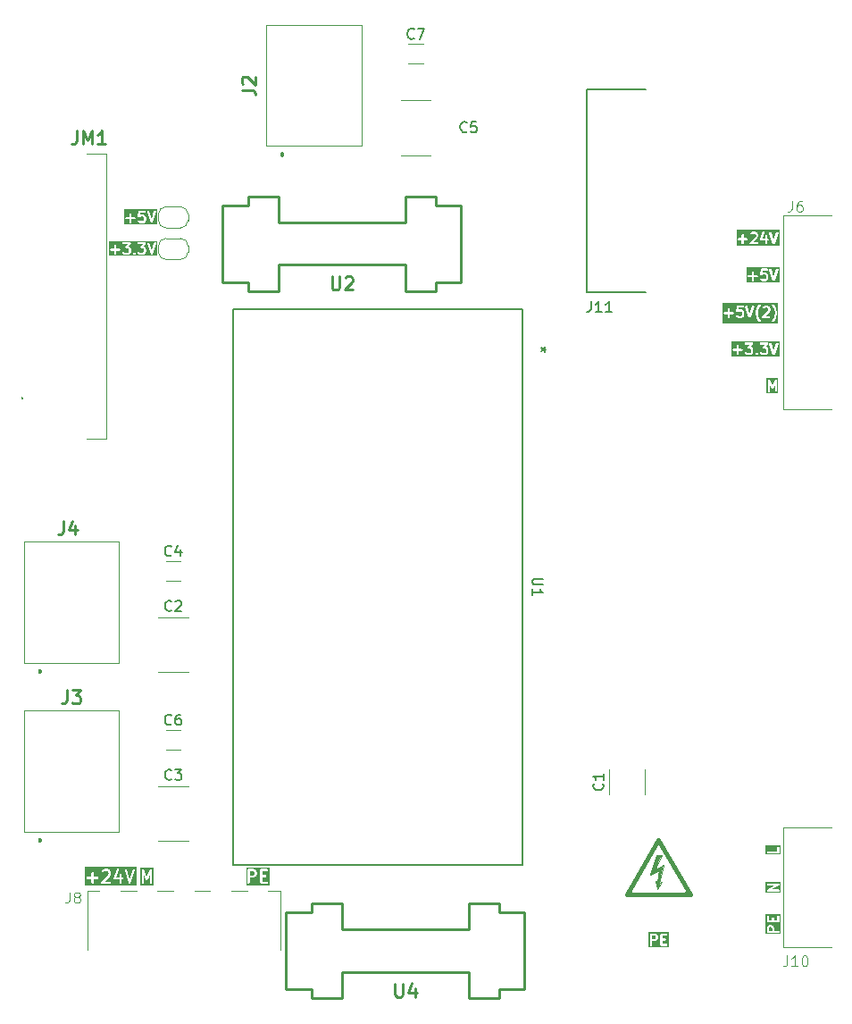
<source format=gbr>
%TF.GenerationSoftware,KiCad,Pcbnew,9.0.6*%
%TF.CreationDate,2025-11-01T18:41:32+03:00*%
%TF.ProjectId,PMPS-20W,504d5053-2d32-4305-972e-6b696361645f,rev?*%
%TF.SameCoordinates,Original*%
%TF.FileFunction,Legend,Top*%
%TF.FilePolarity,Positive*%
%FSLAX46Y46*%
G04 Gerber Fmt 4.6, Leading zero omitted, Abs format (unit mm)*
G04 Created by KiCad (PCBNEW 9.0.6) date 2025-11-01 18:41:32*
%MOMM*%
%LPD*%
G01*
G04 APERTURE LIST*
%ADD10C,0.200000*%
%ADD11C,0.150000*%
%ADD12C,0.254000*%
%ADD13C,0.100000*%
%ADD14C,0.120000*%
%ADD15C,0.300000*%
%ADD16C,0.152400*%
%ADD17C,0.400000*%
%ADD18C,0.101600*%
G04 APERTURE END LIST*
D10*
G36*
X-27481738Y-35778075D02*
G01*
X-32345697Y-35778075D01*
X-32345697Y-35068091D01*
X-32212364Y-35068091D01*
X-32212364Y-35107109D01*
X-32197432Y-35143157D01*
X-32169842Y-35170747D01*
X-32133794Y-35185679D01*
X-32114285Y-35187600D01*
X-31757142Y-35187600D01*
X-31757142Y-35544742D01*
X-31755221Y-35564251D01*
X-31740289Y-35600299D01*
X-31712699Y-35627889D01*
X-31676651Y-35642821D01*
X-31637633Y-35642821D01*
X-31601585Y-35627889D01*
X-31573995Y-35600299D01*
X-31559063Y-35564251D01*
X-31557142Y-35544742D01*
X-31557142Y-35525233D01*
X-30840936Y-35525233D01*
X-30840936Y-35564251D01*
X-30826004Y-35600299D01*
X-30798414Y-35627889D01*
X-30762366Y-35642821D01*
X-30742857Y-35644742D01*
X-30000000Y-35644742D01*
X-29980491Y-35642821D01*
X-29944443Y-35627889D01*
X-29916853Y-35600299D01*
X-29901921Y-35564251D01*
X-29901921Y-35525233D01*
X-29916853Y-35489185D01*
X-29944443Y-35461595D01*
X-29980491Y-35446663D01*
X-30000000Y-35444742D01*
X-30501435Y-35444742D01*
X-30188928Y-35132235D01*
X-29642072Y-35132235D01*
X-29640936Y-35148219D01*
X-29640936Y-35164251D01*
X-29639561Y-35167571D01*
X-29639306Y-35171155D01*
X-29632139Y-35185490D01*
X-29626004Y-35200299D01*
X-29623464Y-35202839D01*
X-29621856Y-35206054D01*
X-29609745Y-35216558D01*
X-29598414Y-35227889D01*
X-29595096Y-35229263D01*
X-29592380Y-35231619D01*
X-29577171Y-35236688D01*
X-29562366Y-35242821D01*
X-29557266Y-35243323D01*
X-29555364Y-35243957D01*
X-29552731Y-35243769D01*
X-29542857Y-35244742D01*
X-29071428Y-35244742D01*
X-29071428Y-35544742D01*
X-29069507Y-35564251D01*
X-29054575Y-35600299D01*
X-29026985Y-35627889D01*
X-28990937Y-35642821D01*
X-28951919Y-35642821D01*
X-28915871Y-35627889D01*
X-28888281Y-35600299D01*
X-28873349Y-35564251D01*
X-28871428Y-35544742D01*
X-28871428Y-35244742D01*
X-28800000Y-35244742D01*
X-28780491Y-35242821D01*
X-28744443Y-35227889D01*
X-28716853Y-35200299D01*
X-28701921Y-35164251D01*
X-28701921Y-35125233D01*
X-28716853Y-35089185D01*
X-28744443Y-35061595D01*
X-28780491Y-35046663D01*
X-28800000Y-35044742D01*
X-28871428Y-35044742D01*
X-28871428Y-34744742D01*
X-28873349Y-34725233D01*
X-28888281Y-34689185D01*
X-28915871Y-34661595D01*
X-28951919Y-34646663D01*
X-28990937Y-34646663D01*
X-29026985Y-34661595D01*
X-29054575Y-34689185D01*
X-29069507Y-34725233D01*
X-29071428Y-34744742D01*
X-29071428Y-35044742D01*
X-29404115Y-35044742D01*
X-29174950Y-34357249D01*
X-28613501Y-34357249D01*
X-28609154Y-34376365D01*
X-28209154Y-35576365D01*
X-28201163Y-35594265D01*
X-28196480Y-35599664D01*
X-28193285Y-35606054D01*
X-28183814Y-35614269D01*
X-28175598Y-35623741D01*
X-28169209Y-35626935D01*
X-28163809Y-35631619D01*
X-28151912Y-35635584D01*
X-28140699Y-35641191D01*
X-28133572Y-35641697D01*
X-28126793Y-35643957D01*
X-28114286Y-35643068D01*
X-28101779Y-35643957D01*
X-28095001Y-35641697D01*
X-28087873Y-35641191D01*
X-28076661Y-35635584D01*
X-28064763Y-35631619D01*
X-28059364Y-35626935D01*
X-28052974Y-35623741D01*
X-28044757Y-35614266D01*
X-28035287Y-35606053D01*
X-28032094Y-35599665D01*
X-28027409Y-35594265D01*
X-28019418Y-35576365D01*
X-27619418Y-34376365D01*
X-27615071Y-34357250D01*
X-27617837Y-34318329D01*
X-27635287Y-34283431D01*
X-27664763Y-34257865D01*
X-27701779Y-34245527D01*
X-27740699Y-34248293D01*
X-27775598Y-34265743D01*
X-27801163Y-34295219D01*
X-27809154Y-34313119D01*
X-28114286Y-35228515D01*
X-28419418Y-34313119D01*
X-28427409Y-34295219D01*
X-28452974Y-34265743D01*
X-28487873Y-34248293D01*
X-28526793Y-34245527D01*
X-28563809Y-34257865D01*
X-28593285Y-34283430D01*
X-28610735Y-34318329D01*
X-28613501Y-34357249D01*
X-29174950Y-34357249D01*
X-29162275Y-34319223D01*
X-29157928Y-34300107D01*
X-29160694Y-34261187D01*
X-29178144Y-34226288D01*
X-29207620Y-34200723D01*
X-29244636Y-34188385D01*
X-29283556Y-34191151D01*
X-29318455Y-34208601D01*
X-29344020Y-34238077D01*
X-29352011Y-34255977D01*
X-29637725Y-35113119D01*
X-29639925Y-35122790D01*
X-29640936Y-35125233D01*
X-29640936Y-35127239D01*
X-29642072Y-35132235D01*
X-30188928Y-35132235D01*
X-29986432Y-34929739D01*
X-29973996Y-34914585D01*
X-29972622Y-34911266D01*
X-29970266Y-34908551D01*
X-29962275Y-34890651D01*
X-29905132Y-34719223D01*
X-29902933Y-34709550D01*
X-29901921Y-34707109D01*
X-29901573Y-34703571D01*
X-29900785Y-34700108D01*
X-29900973Y-34697473D01*
X-29900000Y-34687600D01*
X-29900000Y-34573314D01*
X-29901921Y-34553805D01*
X-29903297Y-34550484D01*
X-29903551Y-34546901D01*
X-29910557Y-34528593D01*
X-29967700Y-34414307D01*
X-29972985Y-34405910D01*
X-29973995Y-34403472D01*
X-29976249Y-34400726D01*
X-29978143Y-34397716D01*
X-29980140Y-34395984D01*
X-29986431Y-34388318D01*
X-30043574Y-34331175D01*
X-30051241Y-34324882D01*
X-30052973Y-34322885D01*
X-30055983Y-34320990D01*
X-30058727Y-34318738D01*
X-30061166Y-34317727D01*
X-30069563Y-34312442D01*
X-30183850Y-34255299D01*
X-30202158Y-34248293D01*
X-30205742Y-34248038D01*
X-30209062Y-34246663D01*
X-30228571Y-34244742D01*
X-30514285Y-34244742D01*
X-30533794Y-34246663D01*
X-30537115Y-34248038D01*
X-30540698Y-34248293D01*
X-30559006Y-34255299D01*
X-30673292Y-34312442D01*
X-30681689Y-34317727D01*
X-30684129Y-34318738D01*
X-30686875Y-34320991D01*
X-30689883Y-34322885D01*
X-30691616Y-34324882D01*
X-30699282Y-34331175D01*
X-30756425Y-34388317D01*
X-30768861Y-34403471D01*
X-30783793Y-34439519D01*
X-30783793Y-34478537D01*
X-30768861Y-34514585D01*
X-30741271Y-34542175D01*
X-30705223Y-34557107D01*
X-30666205Y-34557107D01*
X-30630157Y-34542175D01*
X-30615003Y-34529739D01*
X-30569336Y-34484070D01*
X-30490677Y-34444742D01*
X-30252178Y-34444742D01*
X-30173521Y-34484070D01*
X-30139330Y-34518262D01*
X-30100000Y-34596921D01*
X-30100000Y-34671372D01*
X-30144546Y-34805008D01*
X-30813568Y-35474031D01*
X-30826004Y-35489185D01*
X-30840936Y-35525233D01*
X-31557142Y-35525233D01*
X-31557142Y-35187600D01*
X-31199999Y-35187600D01*
X-31180490Y-35185679D01*
X-31144442Y-35170747D01*
X-31116852Y-35143157D01*
X-31101920Y-35107109D01*
X-31101920Y-35068091D01*
X-31116852Y-35032043D01*
X-31144442Y-35004453D01*
X-31180490Y-34989521D01*
X-31199999Y-34987600D01*
X-31557142Y-34987600D01*
X-31557142Y-34630457D01*
X-31559063Y-34610948D01*
X-31573995Y-34574900D01*
X-31601585Y-34547310D01*
X-31637633Y-34532378D01*
X-31676651Y-34532378D01*
X-31712699Y-34547310D01*
X-31740289Y-34574900D01*
X-31755221Y-34610948D01*
X-31757142Y-34630457D01*
X-31757142Y-34987600D01*
X-32114285Y-34987600D01*
X-32133794Y-34989521D01*
X-32169842Y-35004453D01*
X-32197432Y-35032043D01*
X-32212364Y-35068091D01*
X-32345697Y-35068091D01*
X-32345697Y-34055052D01*
X-27481738Y-34055052D01*
X-27481738Y-35778075D01*
G37*
G36*
X33341437Y17457639D02*
G01*
X28063993Y17457639D01*
X28063993Y18448243D01*
X28175104Y18448243D01*
X28175104Y18409225D01*
X28190036Y18373177D01*
X28217626Y18345587D01*
X28253674Y18330655D01*
X28273183Y18328734D01*
X28554135Y18328734D01*
X28554135Y18047781D01*
X28556056Y18028272D01*
X28570988Y17992224D01*
X28598578Y17964634D01*
X28634626Y17949702D01*
X28673644Y17949702D01*
X28709692Y17964634D01*
X28737282Y17992224D01*
X28752214Y18028272D01*
X28754135Y18047781D01*
X28754135Y18328734D01*
X29035088Y18328734D01*
X29054597Y18330655D01*
X29090645Y18345587D01*
X29118235Y18373177D01*
X29133167Y18409225D01*
X29133167Y18448243D01*
X29118235Y18484291D01*
X29090645Y18511881D01*
X29054597Y18526813D01*
X29035088Y18528734D01*
X28754135Y18528734D01*
X28754135Y18561938D01*
X29364126Y18561938D01*
X29365580Y18557120D01*
X29365580Y18552082D01*
X29371176Y18538573D01*
X29375397Y18524583D01*
X29378584Y18520687D01*
X29380512Y18516034D01*
X29390848Y18505698D01*
X29400104Y18494385D01*
X29404541Y18492005D01*
X29408102Y18488444D01*
X29421607Y18482850D01*
X29434488Y18475940D01*
X29439497Y18475440D01*
X29444150Y18473512D01*
X29458771Y18473512D01*
X29473312Y18472058D01*
X29478131Y18473512D01*
X29483168Y18473512D01*
X29496677Y18479109D01*
X29510667Y18483329D01*
X29514563Y18486517D01*
X29519216Y18488444D01*
X29534370Y18500880D01*
X29570513Y18537025D01*
X29630123Y18566829D01*
X29821004Y18566829D01*
X29880613Y18537024D01*
X29905282Y18512356D01*
X29935087Y18452746D01*
X29935087Y18261865D01*
X29905282Y18202257D01*
X29880613Y18177587D01*
X29821004Y18147781D01*
X29630123Y18147781D01*
X29570513Y18177586D01*
X29534370Y18213730D01*
X29519217Y18226167D01*
X29483169Y18241098D01*
X29444151Y18241099D01*
X29408102Y18226168D01*
X29380512Y18198578D01*
X29365581Y18162530D01*
X29365580Y18123512D01*
X29380511Y18087463D01*
X29392948Y18072310D01*
X29440566Y18024690D01*
X29448234Y18018397D01*
X29449966Y18016400D01*
X29452974Y18014507D01*
X29455720Y18012253D01*
X29458160Y18011243D01*
X29466557Y18005957D01*
X29561794Y17958338D01*
X29580103Y17951332D01*
X29583686Y17951078D01*
X29587007Y17949702D01*
X29606516Y17947781D01*
X29844611Y17947781D01*
X29864120Y17949702D01*
X29867440Y17951078D01*
X29871024Y17951332D01*
X29889332Y17958338D01*
X29984570Y18005957D01*
X29992965Y18011242D01*
X29995407Y18012253D01*
X29998154Y18014509D01*
X30001160Y18016400D01*
X30002890Y18018395D01*
X30010560Y18024690D01*
X30058179Y18072310D01*
X30064471Y18079977D01*
X30066468Y18081708D01*
X30068361Y18084716D01*
X30070616Y18087463D01*
X30071627Y18089905D01*
X30076911Y18098299D01*
X30124530Y18193536D01*
X30131536Y18211845D01*
X30131790Y18215429D01*
X30133166Y18218749D01*
X30135087Y18238258D01*
X30135087Y18476353D01*
X30133166Y18495862D01*
X30131790Y18499183D01*
X30131536Y18502766D01*
X30124530Y18521075D01*
X30076911Y18616312D01*
X30071625Y18624709D01*
X30070615Y18627149D01*
X30068361Y18629895D01*
X30066468Y18632903D01*
X30064470Y18634636D01*
X30058178Y18642302D01*
X30010560Y18689921D01*
X30002889Y18696216D01*
X30001160Y18698210D01*
X29998152Y18700104D01*
X29995406Y18702357D01*
X29992966Y18703368D01*
X29984570Y18708653D01*
X29889332Y18756272D01*
X29871024Y18763278D01*
X29867440Y18763533D01*
X29864120Y18764908D01*
X29844611Y18766829D01*
X29606516Y18766829D01*
X29587007Y18764908D01*
X29583686Y18763533D01*
X29583349Y18763509D01*
X29601777Y18947781D01*
X29987468Y18947781D01*
X30006977Y18949702D01*
X30043025Y18964634D01*
X30070615Y18992224D01*
X30085547Y19028272D01*
X30085547Y19035274D01*
X30221587Y19035274D01*
X30225934Y19016158D01*
X30559267Y18016159D01*
X30567258Y17998258D01*
X30571941Y17992859D01*
X30575136Y17986469D01*
X30584607Y17978254D01*
X30592823Y17968782D01*
X30599211Y17965588D01*
X30604612Y17960904D01*
X30616513Y17956937D01*
X30627722Y17951333D01*
X30634846Y17950827D01*
X30641628Y17948566D01*
X30654137Y17949456D01*
X30666642Y17948566D01*
X30673420Y17950826D01*
X30680548Y17951332D01*
X30691764Y17956941D01*
X30703658Y17960905D01*
X30709055Y17965586D01*
X30715447Y17968782D01*
X30723665Y17978258D01*
X30733134Y17986470D01*
X30736327Y17992857D01*
X30741012Y17998258D01*
X30749003Y18016158D01*
X30918309Y18524077D01*
X31220802Y18524077D01*
X31220808Y18524043D01*
X31220802Y18523972D01*
X31220802Y18333496D01*
X31220808Y18333426D01*
X31220802Y18333391D01*
X31221749Y18323877D01*
X31222723Y18313987D01*
X31222737Y18313953D01*
X31222744Y18313884D01*
X31270363Y18075789D01*
X31272174Y18069841D01*
X31273553Y18063777D01*
X31321172Y17920921D01*
X31324060Y17914451D01*
X31326597Y17907822D01*
X31374216Y17812584D01*
X31377529Y17807321D01*
X31380454Y17801835D01*
X31475692Y17658978D01*
X31475736Y17658924D01*
X31475750Y17658891D01*
X31481930Y17651360D01*
X31488112Y17643811D01*
X31488141Y17643792D01*
X31488186Y17643737D01*
X31535805Y17596119D01*
X31550958Y17583682D01*
X31587007Y17568751D01*
X31626025Y17568751D01*
X31662073Y17583682D01*
X31689663Y17611272D01*
X31704594Y17647320D01*
X31704594Y17686338D01*
X31689663Y17722387D01*
X31677226Y17737540D01*
X31636608Y17778159D01*
X31550319Y17907592D01*
X31508659Y17990911D01*
X31483200Y18067290D01*
X31794152Y18067290D01*
X31794152Y18028272D01*
X31809084Y17992224D01*
X31836674Y17964634D01*
X31872722Y17949702D01*
X31892231Y17947781D01*
X32511278Y17947781D01*
X32530787Y17949702D01*
X32566835Y17964634D01*
X32594425Y17992224D01*
X32609357Y18028272D01*
X32609357Y18067290D01*
X32594425Y18103338D01*
X32566835Y18130928D01*
X32530787Y18145860D01*
X32511278Y18147781D01*
X32133653Y18147781D01*
X32534370Y18548499D01*
X32546806Y18563653D01*
X32548180Y18566972D01*
X32550536Y18569687D01*
X32558527Y18587587D01*
X32606146Y18730444D01*
X32608345Y18740117D01*
X32609357Y18742558D01*
X32609705Y18746096D01*
X32610493Y18749559D01*
X32610305Y18752194D01*
X32611278Y18762067D01*
X32611278Y18857305D01*
X32609357Y18876814D01*
X32607981Y18880135D01*
X32607727Y18883718D01*
X32600721Y18902027D01*
X32553102Y18997264D01*
X32547816Y19005661D01*
X32546806Y19008101D01*
X32544552Y19010847D01*
X32542659Y19013855D01*
X32540661Y19015588D01*
X32534369Y19023254D01*
X32486751Y19070873D01*
X32479080Y19077168D01*
X32477351Y19079162D01*
X32474343Y19081056D01*
X32471597Y19083309D01*
X32469157Y19084320D01*
X32460761Y19089605D01*
X32365523Y19137224D01*
X32347215Y19144230D01*
X32343631Y19144485D01*
X32340311Y19145860D01*
X32320802Y19147781D01*
X32082707Y19147781D01*
X32063198Y19145860D01*
X32059877Y19144485D01*
X32056294Y19144230D01*
X32037985Y19137224D01*
X31942748Y19089605D01*
X31934351Y19084320D01*
X31931911Y19083309D01*
X31929165Y19081056D01*
X31926157Y19079162D01*
X31924424Y19077165D01*
X31916758Y19070872D01*
X31869139Y19023254D01*
X31856703Y19008100D01*
X31841771Y18972052D01*
X31841771Y18933034D01*
X31856703Y18896986D01*
X31884293Y18869396D01*
X31920341Y18854464D01*
X31959359Y18854464D01*
X31995407Y18869396D01*
X32010561Y18881832D01*
X32046704Y18917977D01*
X32106314Y18947781D01*
X32297195Y18947781D01*
X32356804Y18917976D01*
X32381473Y18893308D01*
X32411278Y18833698D01*
X32411278Y18778294D01*
X32376256Y18673230D01*
X31821520Y18118492D01*
X31809084Y18103338D01*
X31794152Y18067290D01*
X31483200Y18067290D01*
X31465258Y18121115D01*
X31420802Y18343398D01*
X31420802Y18514070D01*
X31465258Y18736353D01*
X31508659Y18866557D01*
X31550320Y18949877D01*
X31636606Y19079308D01*
X31677226Y19119928D01*
X31689663Y19135081D01*
X31704594Y19171130D01*
X31704594Y19210148D01*
X32746533Y19210148D01*
X32746533Y19171130D01*
X32761465Y19135082D01*
X32773901Y19119928D01*
X32814518Y19079312D01*
X32900809Y18949874D01*
X32942468Y18866557D01*
X32985869Y18736355D01*
X33030326Y18514071D01*
X33030326Y18343397D01*
X32985869Y18121113D01*
X32942468Y17990911D01*
X32900810Y17907594D01*
X32814518Y17778157D01*
X32773901Y17737540D01*
X32761465Y17722386D01*
X32746533Y17686338D01*
X32746533Y17647320D01*
X32761465Y17611272D01*
X32789055Y17583682D01*
X32825103Y17568750D01*
X32864121Y17568750D01*
X32900169Y17583682D01*
X32915323Y17596118D01*
X32962941Y17643737D01*
X32962984Y17643790D01*
X32963016Y17643811D01*
X32969233Y17651405D01*
X32975378Y17658890D01*
X32975392Y17658925D01*
X32975436Y17658978D01*
X33070674Y17801835D01*
X33073597Y17807319D01*
X33076912Y17812584D01*
X33124531Y17907821D01*
X33127067Y17914450D01*
X33129956Y17920920D01*
X33177575Y18063777D01*
X33178953Y18069839D01*
X33180765Y18075788D01*
X33228384Y18313884D01*
X33228390Y18313953D01*
X33228405Y18313987D01*
X33229378Y18323877D01*
X33230326Y18333391D01*
X33230319Y18333426D01*
X33230326Y18333496D01*
X33230326Y18523972D01*
X33230319Y18524043D01*
X33230326Y18524077D01*
X33229378Y18533592D01*
X33228405Y18543481D01*
X33228390Y18543516D01*
X33228384Y18543584D01*
X33180765Y18781679D01*
X33178953Y18787629D01*
X33177575Y18793690D01*
X33129956Y18936547D01*
X33127067Y18943018D01*
X33124531Y18949646D01*
X33076912Y19044883D01*
X33073596Y19050151D01*
X33070674Y19055631D01*
X32975436Y19198490D01*
X32975392Y19198544D01*
X32975378Y19198578D01*
X32969233Y19206064D01*
X32963016Y19213657D01*
X32962984Y19213679D01*
X32962941Y19213731D01*
X32915323Y19261350D01*
X32900169Y19273786D01*
X32864121Y19288718D01*
X32825103Y19288718D01*
X32789055Y19273786D01*
X32761465Y19246196D01*
X32746533Y19210148D01*
X31704594Y19210148D01*
X31689663Y19246196D01*
X31662073Y19273786D01*
X31626025Y19288717D01*
X31587007Y19288717D01*
X31550958Y19273786D01*
X31535805Y19261349D01*
X31488186Y19213731D01*
X31488141Y19213677D01*
X31488112Y19213657D01*
X31481930Y19206109D01*
X31475750Y19198577D01*
X31475736Y19198545D01*
X31475692Y19198490D01*
X31380454Y19055632D01*
X31377529Y19050147D01*
X31374216Y19044883D01*
X31326597Y18949645D01*
X31324060Y18943017D01*
X31321172Y18936546D01*
X31273553Y18793690D01*
X31272174Y18787627D01*
X31270363Y18781678D01*
X31222744Y18543584D01*
X31222737Y18543516D01*
X31222723Y18543481D01*
X31221749Y18533592D01*
X31220802Y18524077D01*
X30918309Y18524077D01*
X31082336Y19016158D01*
X31086683Y19035273D01*
X31083917Y19074193D01*
X31066467Y19109092D01*
X31036991Y19134657D01*
X30999975Y19146996D01*
X30961055Y19144229D01*
X30926156Y19126780D01*
X30900591Y19097304D01*
X30892600Y19079403D01*
X30654135Y18364009D01*
X30415670Y19079404D01*
X30407679Y19097304D01*
X30382114Y19126780D01*
X30347215Y19144230D01*
X30308295Y19146996D01*
X30271279Y19134658D01*
X30241803Y19109093D01*
X30224353Y19074194D01*
X30221587Y19035274D01*
X30085547Y19035274D01*
X30085547Y19067290D01*
X30070615Y19103338D01*
X30043025Y19130928D01*
X30006977Y19145860D01*
X29987468Y19147781D01*
X29511278Y19147781D01*
X29504061Y19147071D01*
X29501625Y19147314D01*
X29499246Y19146597D01*
X29491769Y19145860D01*
X29478259Y19140264D01*
X29464270Y19136043D01*
X29460373Y19132856D01*
X29455721Y19130928D01*
X29445384Y19120592D01*
X29434072Y19111336D01*
X29431691Y19106899D01*
X29428131Y19103338D01*
X29422536Y19089833D01*
X29415627Y19076952D01*
X29414150Y19069588D01*
X29413199Y19067290D01*
X29413199Y19064840D01*
X29411774Y19057731D01*
X29364155Y18581541D01*
X29364126Y18561938D01*
X28754135Y18561938D01*
X28754135Y18809686D01*
X28752214Y18829195D01*
X28737282Y18865243D01*
X28709692Y18892833D01*
X28673644Y18907765D01*
X28634626Y18907765D01*
X28598578Y18892833D01*
X28570988Y18865243D01*
X28556056Y18829195D01*
X28554135Y18809686D01*
X28554135Y18528734D01*
X28273183Y18528734D01*
X28253674Y18526813D01*
X28217626Y18511881D01*
X28190036Y18484291D01*
X28175104Y18448243D01*
X28063993Y18448243D01*
X28063993Y19399829D01*
X33341437Y19399829D01*
X33341437Y17457639D01*
G37*
G36*
X-25866667Y-35776154D02*
G01*
X-27133333Y-35776154D01*
X-27133333Y-34344742D01*
X-27000000Y-34344742D01*
X-27000000Y-35544742D01*
X-26998079Y-35564251D01*
X-26983147Y-35600299D01*
X-26955557Y-35627889D01*
X-26919509Y-35642821D01*
X-26880491Y-35642821D01*
X-26844443Y-35627889D01*
X-26816853Y-35600299D01*
X-26801921Y-35564251D01*
X-26800000Y-35544742D01*
X-26800000Y-34795498D01*
X-26590618Y-35244174D01*
X-26586386Y-35251319D01*
X-26585506Y-35253737D01*
X-26583941Y-35255446D01*
X-26580627Y-35261040D01*
X-26569417Y-35271306D01*
X-26559155Y-35282512D01*
X-26555130Y-35284390D01*
X-26551852Y-35287392D01*
X-26537570Y-35292585D01*
X-26523797Y-35299013D01*
X-26519358Y-35299208D01*
X-26515183Y-35300726D01*
X-26500000Y-35300058D01*
X-26484817Y-35300726D01*
X-26480644Y-35299208D01*
X-26476202Y-35299013D01*
X-26462418Y-35292580D01*
X-26448148Y-35287391D01*
X-26444875Y-35284393D01*
X-26440845Y-35282513D01*
X-26430576Y-35271298D01*
X-26419373Y-35261040D01*
X-26416062Y-35255449D01*
X-26414493Y-35253737D01*
X-26413613Y-35251315D01*
X-26409382Y-35244174D01*
X-26200000Y-34795497D01*
X-26200000Y-35544742D01*
X-26198079Y-35564251D01*
X-26183147Y-35600299D01*
X-26155557Y-35627889D01*
X-26119509Y-35642821D01*
X-26080491Y-35642821D01*
X-26044443Y-35627889D01*
X-26016853Y-35600299D01*
X-26001921Y-35564251D01*
X-26000000Y-35544742D01*
X-26000000Y-34344742D01*
X-26001263Y-34331918D01*
X-26001159Y-34329559D01*
X-26001620Y-34328291D01*
X-26001921Y-34325233D01*
X-26008562Y-34309202D01*
X-26014493Y-34292890D01*
X-26016000Y-34291244D01*
X-26016853Y-34289185D01*
X-26029115Y-34276923D01*
X-26040845Y-34264114D01*
X-26042869Y-34263169D01*
X-26044443Y-34261595D01*
X-26060459Y-34254960D01*
X-26076202Y-34247614D01*
X-26078432Y-34247516D01*
X-26080491Y-34246663D01*
X-26097843Y-34246663D01*
X-26115183Y-34245901D01*
X-26117279Y-34246663D01*
X-26119509Y-34246663D01*
X-26135540Y-34253303D01*
X-26151852Y-34259235D01*
X-26153498Y-34260741D01*
X-26155557Y-34261595D01*
X-26167825Y-34273862D01*
X-26180627Y-34285587D01*
X-26182194Y-34288231D01*
X-26183147Y-34289185D01*
X-26184051Y-34291366D01*
X-26190618Y-34302453D01*
X-26500001Y-34965414D01*
X-26809382Y-34302453D01*
X-26815950Y-34291366D01*
X-26816853Y-34289185D01*
X-26817807Y-34288231D01*
X-26819373Y-34285587D01*
X-26832170Y-34273868D01*
X-26844443Y-34261595D01*
X-26846505Y-34260741D01*
X-26848148Y-34259236D01*
X-26864450Y-34253307D01*
X-26880491Y-34246663D01*
X-26882722Y-34246663D01*
X-26884817Y-34245901D01*
X-26902157Y-34246663D01*
X-26919509Y-34246663D01*
X-26921569Y-34247516D01*
X-26923797Y-34247614D01*
X-26939528Y-34254955D01*
X-26955557Y-34261595D01*
X-26957134Y-34263171D01*
X-26959155Y-34264115D01*
X-26970874Y-34276911D01*
X-26983147Y-34289185D01*
X-26984001Y-34291246D01*
X-26985506Y-34292890D01*
X-26991435Y-34309191D01*
X-26998079Y-34325233D01*
X-26998381Y-34328291D01*
X-26998841Y-34329559D01*
X-26998738Y-34331918D01*
X-27000000Y-34344742D01*
X-27133333Y-34344742D01*
X-27133333Y-34112568D01*
X-25866667Y-34112568D01*
X-25866667Y-35776154D01*
G37*
G36*
X33578086Y-36496824D02*
G01*
X32156352Y-36496824D01*
X32156352Y-36278728D01*
X32267463Y-36278728D01*
X32269140Y-36291921D01*
X32269140Y-36305222D01*
X32271579Y-36311110D01*
X32272383Y-36317435D01*
X32278983Y-36328984D01*
X32284072Y-36341270D01*
X32288579Y-36345777D01*
X32291742Y-36351312D01*
X32302256Y-36359454D01*
X32311662Y-36368860D01*
X32317552Y-36371299D01*
X32322591Y-36375202D01*
X32335419Y-36378700D01*
X32347710Y-36383792D01*
X32357687Y-36384774D01*
X32360234Y-36385469D01*
X32362201Y-36385218D01*
X32367219Y-36385713D01*
X33367219Y-36385713D01*
X33386728Y-36383792D01*
X33422776Y-36368860D01*
X33450366Y-36341270D01*
X33465298Y-36305222D01*
X33465298Y-36266204D01*
X33450366Y-36230156D01*
X33422776Y-36202566D01*
X33386728Y-36187634D01*
X33367219Y-36185713D01*
X32743775Y-36185713D01*
X33416833Y-35801109D01*
X33420943Y-35798190D01*
X33422776Y-35797432D01*
X33424642Y-35795565D01*
X33432818Y-35789762D01*
X33440962Y-35779245D01*
X33450366Y-35769842D01*
X33452804Y-35763954D01*
X33456709Y-35758913D01*
X33460208Y-35746080D01*
X33465298Y-35733794D01*
X33465298Y-35727418D01*
X33466975Y-35721269D01*
X33465298Y-35708075D01*
X33465298Y-35694776D01*
X33462858Y-35688887D01*
X33462055Y-35682563D01*
X33455454Y-35671013D01*
X33450366Y-35658728D01*
X33445858Y-35654220D01*
X33442696Y-35648686D01*
X33432179Y-35640541D01*
X33422776Y-35631138D01*
X33416888Y-35628699D01*
X33411847Y-35624795D01*
X33399014Y-35621295D01*
X33386728Y-35616206D01*
X33376750Y-35615223D01*
X33374204Y-35614529D01*
X33372236Y-35614779D01*
X33367219Y-35614285D01*
X32367219Y-35614285D01*
X32347710Y-35616206D01*
X32311662Y-35631138D01*
X32284072Y-35658728D01*
X32269140Y-35694776D01*
X32269140Y-35733794D01*
X32284072Y-35769842D01*
X32311662Y-35797432D01*
X32347710Y-35812364D01*
X32367219Y-35814285D01*
X32990663Y-35814285D01*
X32317605Y-36198889D01*
X32313494Y-36201807D01*
X32311662Y-36202566D01*
X32309795Y-36204432D01*
X32301620Y-36210236D01*
X32293477Y-36220750D01*
X32284072Y-36230156D01*
X32281632Y-36236046D01*
X32277730Y-36241085D01*
X32274231Y-36253913D01*
X32269140Y-36266204D01*
X32269140Y-36272579D01*
X32267463Y-36278728D01*
X32156352Y-36278728D01*
X32156352Y-35503174D01*
X33578086Y-35503174D01*
X33578086Y-36496824D01*
G37*
G36*
X33483509Y24836670D02*
G01*
X29397327Y24836670D01*
X29397327Y25448243D01*
X29508438Y25448243D01*
X29508438Y25409225D01*
X29523370Y25373177D01*
X29550960Y25345587D01*
X29587008Y25330655D01*
X29606517Y25328734D01*
X29887469Y25328734D01*
X29887469Y25047781D01*
X29889390Y25028272D01*
X29904322Y24992224D01*
X29931912Y24964634D01*
X29967960Y24949702D01*
X30006978Y24949702D01*
X30043026Y24964634D01*
X30070616Y24992224D01*
X30085548Y25028272D01*
X30087469Y25047781D01*
X30087469Y25067290D01*
X30651295Y25067290D01*
X30651295Y25028272D01*
X30666227Y24992224D01*
X30693817Y24964634D01*
X30729865Y24949702D01*
X30749374Y24947781D01*
X31368421Y24947781D01*
X31387930Y24949702D01*
X31423978Y24964634D01*
X31451568Y24992224D01*
X31466500Y25028272D01*
X31466500Y25067290D01*
X31451568Y25103338D01*
X31423978Y25130928D01*
X31387930Y25145860D01*
X31368421Y25147781D01*
X30990796Y25147781D01*
X31236636Y25393622D01*
X31650159Y25393622D01*
X31651295Y25377638D01*
X31651295Y25361606D01*
X31652670Y25358286D01*
X31652925Y25354702D01*
X31660092Y25340367D01*
X31666227Y25325558D01*
X31668767Y25323018D01*
X31670375Y25319803D01*
X31682486Y25309299D01*
X31693817Y25297968D01*
X31697135Y25296594D01*
X31699851Y25294238D01*
X31715060Y25289169D01*
X31729865Y25283036D01*
X31734965Y25282534D01*
X31736867Y25281900D01*
X31739500Y25282088D01*
X31749374Y25281115D01*
X32125564Y25281115D01*
X32125564Y25047781D01*
X32127485Y25028272D01*
X32142417Y24992224D01*
X32170007Y24964634D01*
X32206055Y24949702D01*
X32245073Y24949702D01*
X32281121Y24964634D01*
X32308711Y24992224D01*
X32323643Y25028272D01*
X32325564Y25047781D01*
X32325564Y25281115D01*
X32368421Y25281115D01*
X32387930Y25283036D01*
X32423978Y25297968D01*
X32451568Y25325558D01*
X32466500Y25361606D01*
X32466500Y25400624D01*
X32451568Y25436672D01*
X32423978Y25464262D01*
X32387930Y25479194D01*
X32368421Y25481115D01*
X32325564Y25481115D01*
X32325564Y25714448D01*
X32323643Y25733957D01*
X32308711Y25770005D01*
X32281121Y25797595D01*
X32245073Y25812527D01*
X32206055Y25812527D01*
X32170007Y25797595D01*
X32142417Y25770005D01*
X32127485Y25733957D01*
X32125564Y25714448D01*
X32125564Y25481115D01*
X31888116Y25481115D01*
X32072836Y26035274D01*
X32507302Y26035274D01*
X32511649Y26016158D01*
X32844982Y25016159D01*
X32852973Y24998258D01*
X32857656Y24992859D01*
X32860851Y24986469D01*
X32870322Y24978254D01*
X32878538Y24968782D01*
X32884926Y24965588D01*
X32890327Y24960904D01*
X32902228Y24956937D01*
X32913437Y24951333D01*
X32920561Y24950827D01*
X32927343Y24948566D01*
X32939852Y24949456D01*
X32952357Y24948566D01*
X32959135Y24950826D01*
X32966263Y24951332D01*
X32977479Y24956941D01*
X32989373Y24960905D01*
X32994770Y24965586D01*
X33001162Y24968782D01*
X33009380Y24978258D01*
X33018849Y24986470D01*
X33022042Y24992857D01*
X33026727Y24998258D01*
X33034718Y25016158D01*
X33368051Y26016158D01*
X33372398Y26035273D01*
X33369632Y26074193D01*
X33352182Y26109092D01*
X33322706Y26134657D01*
X33285690Y26146996D01*
X33246770Y26144229D01*
X33211871Y26126780D01*
X33186306Y26097304D01*
X33178315Y26079403D01*
X32939850Y25364009D01*
X32701385Y26079404D01*
X32693394Y26097304D01*
X32667829Y26126780D01*
X32632930Y26144230D01*
X32594010Y26146996D01*
X32556994Y26134658D01*
X32527518Y26109093D01*
X32510068Y26074194D01*
X32507302Y26035274D01*
X32072836Y26035274D01*
X32082337Y26063777D01*
X32086684Y26082892D01*
X32083918Y26121812D01*
X32066468Y26156711D01*
X32036992Y26182276D01*
X31999976Y26194615D01*
X31961056Y26191848D01*
X31926157Y26174399D01*
X31900592Y26144923D01*
X31892601Y26127022D01*
X31654506Y25412738D01*
X31652306Y25403067D01*
X31651295Y25400624D01*
X31651295Y25398618D01*
X31650159Y25393622D01*
X31236636Y25393622D01*
X31391513Y25548499D01*
X31403949Y25563653D01*
X31405323Y25566972D01*
X31407679Y25569687D01*
X31415670Y25587587D01*
X31463289Y25730444D01*
X31465488Y25740117D01*
X31466500Y25742558D01*
X31466848Y25746096D01*
X31467636Y25749559D01*
X31467448Y25752194D01*
X31468421Y25762067D01*
X31468421Y25857305D01*
X31466500Y25876814D01*
X31465124Y25880135D01*
X31464870Y25883718D01*
X31457864Y25902027D01*
X31410245Y25997264D01*
X31404959Y26005661D01*
X31403949Y26008101D01*
X31401695Y26010847D01*
X31399802Y26013855D01*
X31397804Y26015588D01*
X31391512Y26023254D01*
X31343894Y26070873D01*
X31336223Y26077168D01*
X31334494Y26079162D01*
X31331486Y26081056D01*
X31328740Y26083309D01*
X31326300Y26084320D01*
X31317904Y26089605D01*
X31222666Y26137224D01*
X31204358Y26144230D01*
X31200774Y26144485D01*
X31197454Y26145860D01*
X31177945Y26147781D01*
X30939850Y26147781D01*
X30920341Y26145860D01*
X30917020Y26144485D01*
X30913437Y26144230D01*
X30895128Y26137224D01*
X30799891Y26089605D01*
X30791494Y26084320D01*
X30789054Y26083309D01*
X30786308Y26081056D01*
X30783300Y26079162D01*
X30781567Y26077165D01*
X30773901Y26070872D01*
X30726282Y26023254D01*
X30713846Y26008100D01*
X30698914Y25972052D01*
X30698914Y25933034D01*
X30713846Y25896986D01*
X30741436Y25869396D01*
X30777484Y25854464D01*
X30816502Y25854464D01*
X30852550Y25869396D01*
X30867704Y25881832D01*
X30903847Y25917977D01*
X30963457Y25947781D01*
X31154338Y25947781D01*
X31213947Y25917976D01*
X31238616Y25893308D01*
X31268421Y25833698D01*
X31268421Y25778294D01*
X31233399Y25673230D01*
X30678663Y25118492D01*
X30666227Y25103338D01*
X30651295Y25067290D01*
X30087469Y25067290D01*
X30087469Y25328734D01*
X30368422Y25328734D01*
X30387931Y25330655D01*
X30423979Y25345587D01*
X30451569Y25373177D01*
X30466501Y25409225D01*
X30466501Y25448243D01*
X30451569Y25484291D01*
X30423979Y25511881D01*
X30387931Y25526813D01*
X30368422Y25528734D01*
X30087469Y25528734D01*
X30087469Y25809686D01*
X30085548Y25829195D01*
X30070616Y25865243D01*
X30043026Y25892833D01*
X30006978Y25907765D01*
X29967960Y25907765D01*
X29931912Y25892833D01*
X29904322Y25865243D01*
X29889390Y25829195D01*
X29887469Y25809686D01*
X29887469Y25528734D01*
X29606517Y25528734D01*
X29587008Y25526813D01*
X29550960Y25511881D01*
X29523370Y25484291D01*
X29508438Y25448243D01*
X29397327Y25448243D01*
X29397327Y26305726D01*
X33483509Y26305726D01*
X33483509Y24836670D01*
G37*
G36*
X32736554Y-39772662D02*
G01*
X32761223Y-39797330D01*
X32791028Y-39856940D01*
X32791028Y-40114285D01*
X32467219Y-40114285D01*
X32467219Y-39856940D01*
X32497024Y-39797330D01*
X32521692Y-39772661D01*
X32581302Y-39742857D01*
X32676945Y-39742857D01*
X32736554Y-39772662D01*
G37*
G36*
X33578330Y-40425396D02*
G01*
X32156108Y-40425396D01*
X32156108Y-39833333D01*
X32267219Y-39833333D01*
X32267219Y-40214285D01*
X32269140Y-40233794D01*
X32284072Y-40269842D01*
X32311662Y-40297432D01*
X32347710Y-40312364D01*
X32367219Y-40314285D01*
X33367219Y-40314285D01*
X33386728Y-40312364D01*
X33422776Y-40297432D01*
X33450366Y-40269842D01*
X33465298Y-40233794D01*
X33465298Y-40194776D01*
X33450366Y-40158728D01*
X33422776Y-40131138D01*
X33386728Y-40116206D01*
X33367219Y-40114285D01*
X32991028Y-40114285D01*
X32991028Y-39833333D01*
X32989107Y-39813824D01*
X32987731Y-39810503D01*
X32987477Y-39806920D01*
X32980471Y-39788611D01*
X32932852Y-39693374D01*
X32927566Y-39684977D01*
X32926556Y-39682537D01*
X32924302Y-39679791D01*
X32922409Y-39676783D01*
X32920411Y-39675050D01*
X32914119Y-39667384D01*
X32866501Y-39619765D01*
X32858830Y-39613470D01*
X32857101Y-39611476D01*
X32854093Y-39609582D01*
X32851347Y-39607329D01*
X32848907Y-39606318D01*
X32840511Y-39601033D01*
X32745273Y-39553414D01*
X32726965Y-39546408D01*
X32723381Y-39546153D01*
X32720061Y-39544778D01*
X32700552Y-39542857D01*
X32557695Y-39542857D01*
X32538186Y-39544778D01*
X32534865Y-39546153D01*
X32531282Y-39546408D01*
X32512973Y-39553414D01*
X32417736Y-39601033D01*
X32409339Y-39606318D01*
X32406899Y-39607329D01*
X32404153Y-39609582D01*
X32401145Y-39611476D01*
X32399412Y-39613473D01*
X32391746Y-39619766D01*
X32344127Y-39667384D01*
X32337832Y-39675054D01*
X32335838Y-39676784D01*
X32333944Y-39679791D01*
X32331691Y-39682538D01*
X32330680Y-39684977D01*
X32325395Y-39693374D01*
X32277776Y-39788612D01*
X32270770Y-39806920D01*
X32270515Y-39810503D01*
X32269140Y-39813824D01*
X32267219Y-39833333D01*
X32156108Y-39833333D01*
X32156108Y-38738095D01*
X32267219Y-38738095D01*
X32267219Y-39214285D01*
X32269140Y-39233794D01*
X32284072Y-39269842D01*
X32311662Y-39297432D01*
X32347710Y-39312364D01*
X32367219Y-39314285D01*
X33367219Y-39314285D01*
X33386728Y-39312364D01*
X33422776Y-39297432D01*
X33450366Y-39269842D01*
X33465298Y-39233794D01*
X33467219Y-39214285D01*
X33467219Y-38738095D01*
X33465298Y-38718586D01*
X33450366Y-38682538D01*
X33422776Y-38654948D01*
X33386728Y-38640016D01*
X33347710Y-38640016D01*
X33311662Y-38654948D01*
X33284072Y-38682538D01*
X33269140Y-38718586D01*
X33267219Y-38738095D01*
X33267219Y-39114285D01*
X32943409Y-39114285D01*
X32943409Y-38880952D01*
X32941488Y-38861443D01*
X32926556Y-38825395D01*
X32898966Y-38797805D01*
X32862918Y-38782873D01*
X32823900Y-38782873D01*
X32787852Y-38797805D01*
X32760262Y-38825395D01*
X32745330Y-38861443D01*
X32743409Y-38880952D01*
X32743409Y-39114285D01*
X32467219Y-39114285D01*
X32467219Y-38738095D01*
X32465298Y-38718586D01*
X32450366Y-38682538D01*
X32422776Y-38654948D01*
X32386728Y-38640016D01*
X32347710Y-38640016D01*
X32311662Y-38654948D01*
X32284072Y-38682538D01*
X32269140Y-38718586D01*
X32267219Y-38738095D01*
X32156108Y-38738095D01*
X32156108Y-38528905D01*
X33578330Y-38528905D01*
X33578330Y-40425396D01*
G37*
G36*
X-25516491Y23836670D02*
G01*
X-30078863Y23836670D01*
X-30078863Y24448243D01*
X-29967752Y24448243D01*
X-29967752Y24409225D01*
X-29952820Y24373177D01*
X-29925230Y24345587D01*
X-29889182Y24330655D01*
X-29869673Y24328734D01*
X-29588721Y24328734D01*
X-29588721Y24047781D01*
X-29586800Y24028272D01*
X-29571868Y23992224D01*
X-29544278Y23964634D01*
X-29508230Y23949702D01*
X-29469212Y23949702D01*
X-29433164Y23964634D01*
X-29405574Y23992224D01*
X-29390642Y24028272D01*
X-29388721Y24047781D01*
X-29388721Y24328734D01*
X-29107768Y24328734D01*
X-29088259Y24330655D01*
X-29052211Y24345587D01*
X-29024621Y24373177D01*
X-29009689Y24409225D01*
X-29009689Y24448243D01*
X-29024621Y24484291D01*
X-29052211Y24511881D01*
X-29088259Y24526813D01*
X-29107768Y24528734D01*
X-29388721Y24528734D01*
X-29388721Y24809686D01*
X-29390642Y24829195D01*
X-29405574Y24865243D01*
X-29433164Y24892833D01*
X-29469212Y24907765D01*
X-29508230Y24907765D01*
X-29544278Y24892833D01*
X-29571868Y24865243D01*
X-29586800Y24829195D01*
X-29588721Y24809686D01*
X-29588721Y24528734D01*
X-29869673Y24528734D01*
X-29889182Y24526813D01*
X-29925230Y24511881D01*
X-29952820Y24484291D01*
X-29967752Y24448243D01*
X-30078863Y24448243D01*
X-30078863Y25067290D01*
X-28824895Y25067290D01*
X-28824895Y25028272D01*
X-28809963Y24992224D01*
X-28782373Y24964634D01*
X-28746325Y24949702D01*
X-28726816Y24947781D01*
X-28328146Y24947781D01*
X-28516360Y24732679D01*
X-28522390Y24724246D01*
X-28524249Y24722386D01*
X-28524980Y24720623D01*
X-28527761Y24716732D01*
X-28532966Y24701344D01*
X-28539181Y24686338D01*
X-28539181Y24682965D01*
X-28540261Y24679771D01*
X-28539181Y24663569D01*
X-28539181Y24647320D01*
X-28537891Y24644205D01*
X-28537666Y24640839D01*
X-28530466Y24626279D01*
X-28524249Y24611272D01*
X-28521865Y24608888D01*
X-28520369Y24605864D01*
X-28508144Y24595167D01*
X-28496659Y24583682D01*
X-28493545Y24582392D01*
X-28491005Y24580170D01*
X-28475617Y24574966D01*
X-28460611Y24568750D01*
X-28455852Y24568282D01*
X-28454044Y24567670D01*
X-28451420Y24567845D01*
X-28441102Y24566829D01*
X-28321852Y24566829D01*
X-28262243Y24537024D01*
X-28237574Y24512356D01*
X-28207769Y24452746D01*
X-28207769Y24261865D01*
X-28237574Y24202257D01*
X-28262243Y24177587D01*
X-28321852Y24147781D01*
X-28560352Y24147781D01*
X-28619962Y24177586D01*
X-28656105Y24213730D01*
X-28671258Y24226167D01*
X-28707306Y24241098D01*
X-28746324Y24241099D01*
X-28782373Y24226168D01*
X-28809963Y24198578D01*
X-28824894Y24162530D01*
X-28824895Y24123512D01*
X-28809964Y24087463D01*
X-28797527Y24072310D01*
X-28749909Y24024690D01*
X-28742241Y24018397D01*
X-28740509Y24016400D01*
X-28737501Y24014507D01*
X-28734755Y24012253D01*
X-28732315Y24011243D01*
X-28723918Y24005957D01*
X-28628681Y23958338D01*
X-28610372Y23951332D01*
X-28606789Y23951078D01*
X-28603468Y23949702D01*
X-28583959Y23947781D01*
X-28298245Y23947781D01*
X-28278736Y23949702D01*
X-28275416Y23951078D01*
X-28271832Y23951332D01*
X-28253524Y23958338D01*
X-28158286Y24005957D01*
X-28149891Y24011242D01*
X-28147449Y24012253D01*
X-28144702Y24014509D01*
X-28141696Y24016400D01*
X-28139966Y24018395D01*
X-28132296Y24024690D01*
X-28084677Y24072310D01*
X-28078385Y24079977D01*
X-28076388Y24081708D01*
X-28074495Y24084716D01*
X-28072240Y24087463D01*
X-28071229Y24089905D01*
X-28065945Y24098299D01*
X-28057640Y24114909D01*
X-27824895Y24114909D01*
X-27824895Y24075891D01*
X-27818432Y24060289D01*
X-27809963Y24039842D01*
X-27809959Y24039838D01*
X-27797527Y24024689D01*
X-27749908Y23977071D01*
X-27734755Y23964634D01*
X-27725752Y23960905D01*
X-27698706Y23949702D01*
X-27659688Y23949702D01*
X-27623640Y23964634D01*
X-27608486Y23977070D01*
X-27560868Y24024689D01*
X-27548431Y24039842D01*
X-27541679Y24056144D01*
X-27533500Y24075890D01*
X-27533499Y24114908D01*
X-27548430Y24150957D01*
X-27560867Y24166110D01*
X-27608486Y24213730D01*
X-27623639Y24226167D01*
X-27638571Y24232352D01*
X-27659688Y24241099D01*
X-27698706Y24241099D01*
X-27709264Y24236726D01*
X-27734754Y24226168D01*
X-27734755Y24226167D01*
X-27749909Y24213730D01*
X-27797527Y24166110D01*
X-27809964Y24150957D01*
X-27819977Y24126781D01*
X-27824895Y24114909D01*
X-28057640Y24114909D01*
X-28018326Y24193536D01*
X-28011320Y24211845D01*
X-28011066Y24215429D01*
X-28009690Y24218749D01*
X-28007769Y24238258D01*
X-28007769Y24476353D01*
X-28009690Y24495862D01*
X-28011066Y24499183D01*
X-28011320Y24502766D01*
X-28018326Y24521075D01*
X-28065945Y24616312D01*
X-28071231Y24624709D01*
X-28072241Y24627149D01*
X-28074495Y24629895D01*
X-28076388Y24632903D01*
X-28078386Y24634636D01*
X-28084678Y24642302D01*
X-28132296Y24689921D01*
X-28139967Y24696216D01*
X-28141696Y24698210D01*
X-28144704Y24700104D01*
X-28147450Y24702357D01*
X-28149890Y24703368D01*
X-28158286Y24708653D01*
X-28237134Y24748077D01*
X-28032511Y24981931D01*
X-28026482Y24990365D01*
X-28024622Y24992224D01*
X-28023892Y24993988D01*
X-28021110Y24997878D01*
X-28015906Y25013267D01*
X-28009690Y25028272D01*
X-28009690Y25031646D01*
X-28008610Y25034839D01*
X-28009690Y25051042D01*
X-28009690Y25067290D01*
X-27396324Y25067290D01*
X-27396324Y25028272D01*
X-27381392Y24992224D01*
X-27353802Y24964634D01*
X-27317754Y24949702D01*
X-27298245Y24947781D01*
X-26899575Y24947781D01*
X-27087789Y24732679D01*
X-27093819Y24724246D01*
X-27095678Y24722386D01*
X-27096409Y24720623D01*
X-27099190Y24716732D01*
X-27104395Y24701344D01*
X-27110610Y24686338D01*
X-27110610Y24682965D01*
X-27111690Y24679771D01*
X-27110610Y24663569D01*
X-27110610Y24647320D01*
X-27109320Y24644205D01*
X-27109095Y24640839D01*
X-27101895Y24626279D01*
X-27095678Y24611272D01*
X-27093294Y24608888D01*
X-27091798Y24605864D01*
X-27079573Y24595167D01*
X-27068088Y24583682D01*
X-27064974Y24582392D01*
X-27062434Y24580170D01*
X-27047046Y24574966D01*
X-27032040Y24568750D01*
X-27027281Y24568282D01*
X-27025473Y24567670D01*
X-27022849Y24567845D01*
X-27012531Y24566829D01*
X-26893281Y24566829D01*
X-26833672Y24537024D01*
X-26809003Y24512356D01*
X-26779198Y24452746D01*
X-26779198Y24261865D01*
X-26809003Y24202257D01*
X-26833672Y24177587D01*
X-26893281Y24147781D01*
X-27131781Y24147781D01*
X-27191391Y24177586D01*
X-27227534Y24213730D01*
X-27242687Y24226167D01*
X-27278735Y24241098D01*
X-27317753Y24241099D01*
X-27353802Y24226168D01*
X-27381392Y24198578D01*
X-27396323Y24162530D01*
X-27396324Y24123512D01*
X-27381393Y24087463D01*
X-27368956Y24072310D01*
X-27321338Y24024690D01*
X-27313670Y24018397D01*
X-27311938Y24016400D01*
X-27308930Y24014507D01*
X-27306184Y24012253D01*
X-27303744Y24011243D01*
X-27295347Y24005957D01*
X-27200110Y23958338D01*
X-27181801Y23951332D01*
X-27178218Y23951078D01*
X-27174897Y23949702D01*
X-27155388Y23947781D01*
X-26869674Y23947781D01*
X-26850165Y23949702D01*
X-26846845Y23951078D01*
X-26843261Y23951332D01*
X-26824953Y23958338D01*
X-26729715Y24005957D01*
X-26721320Y24011242D01*
X-26718878Y24012253D01*
X-26716131Y24014509D01*
X-26713125Y24016400D01*
X-26711395Y24018395D01*
X-26703725Y24024690D01*
X-26656106Y24072310D01*
X-26649814Y24079977D01*
X-26647817Y24081708D01*
X-26645924Y24084716D01*
X-26643669Y24087463D01*
X-26642658Y24089905D01*
X-26637374Y24098299D01*
X-26589755Y24193536D01*
X-26582749Y24211845D01*
X-26582495Y24215429D01*
X-26581119Y24218749D01*
X-26579198Y24238258D01*
X-26579198Y24476353D01*
X-26581119Y24495862D01*
X-26582495Y24499183D01*
X-26582749Y24502766D01*
X-26589755Y24521075D01*
X-26637374Y24616312D01*
X-26642660Y24624709D01*
X-26643670Y24627149D01*
X-26645924Y24629895D01*
X-26647817Y24632903D01*
X-26649815Y24634636D01*
X-26656107Y24642302D01*
X-26703725Y24689921D01*
X-26711396Y24696216D01*
X-26713125Y24698210D01*
X-26716133Y24700104D01*
X-26718879Y24702357D01*
X-26721319Y24703368D01*
X-26729715Y24708653D01*
X-26808563Y24748077D01*
X-26603940Y24981931D01*
X-26597911Y24990365D01*
X-26596051Y24992224D01*
X-26595321Y24993988D01*
X-26592539Y24997878D01*
X-26587335Y25013267D01*
X-26581119Y25028272D01*
X-26581119Y25031646D01*
X-26580039Y25034839D01*
X-26580068Y25035274D01*
X-26492698Y25035274D01*
X-26488351Y25016158D01*
X-26155018Y24016159D01*
X-26147027Y23998258D01*
X-26142344Y23992859D01*
X-26139149Y23986469D01*
X-26129678Y23978254D01*
X-26121462Y23968782D01*
X-26115074Y23965588D01*
X-26109673Y23960904D01*
X-26097772Y23956937D01*
X-26086563Y23951333D01*
X-26079439Y23950827D01*
X-26072657Y23948566D01*
X-26060148Y23949456D01*
X-26047643Y23948566D01*
X-26040865Y23950826D01*
X-26033737Y23951332D01*
X-26022521Y23956941D01*
X-26010627Y23960905D01*
X-26005230Y23965586D01*
X-25998838Y23968782D01*
X-25990620Y23978258D01*
X-25981151Y23986470D01*
X-25977958Y23992857D01*
X-25973273Y23998258D01*
X-25965282Y24016158D01*
X-25631949Y25016158D01*
X-25627602Y25035273D01*
X-25630368Y25074193D01*
X-25647818Y25109092D01*
X-25677294Y25134657D01*
X-25714310Y25146996D01*
X-25753230Y25144229D01*
X-25788129Y25126780D01*
X-25813694Y25097304D01*
X-25821685Y25079403D01*
X-26060150Y24364009D01*
X-26298615Y25079404D01*
X-26306606Y25097304D01*
X-26332171Y25126780D01*
X-26367070Y25144230D01*
X-26405990Y25146996D01*
X-26443006Y25134658D01*
X-26472482Y25109093D01*
X-26489932Y25074194D01*
X-26492698Y25035274D01*
X-26580068Y25035274D01*
X-26581119Y25051042D01*
X-26581119Y25067290D01*
X-26582410Y25070406D01*
X-26582634Y25073771D01*
X-26589837Y25088337D01*
X-26596051Y25103338D01*
X-26598435Y25105722D01*
X-26599930Y25108746D01*
X-26612164Y25119451D01*
X-26623641Y25130928D01*
X-26626755Y25132218D01*
X-26629294Y25134440D01*
X-26644686Y25139646D01*
X-26659689Y25145860D01*
X-26664449Y25146329D01*
X-26666256Y25146940D01*
X-26668881Y25146766D01*
X-26679198Y25147781D01*
X-27298245Y25147781D01*
X-27317754Y25145860D01*
X-27353802Y25130928D01*
X-27381392Y25103338D01*
X-27396324Y25067290D01*
X-28009690Y25067290D01*
X-28010981Y25070406D01*
X-28011205Y25073771D01*
X-28018408Y25088337D01*
X-28024622Y25103338D01*
X-28027006Y25105722D01*
X-28028501Y25108746D01*
X-28040735Y25119451D01*
X-28052212Y25130928D01*
X-28055326Y25132218D01*
X-28057865Y25134440D01*
X-28073257Y25139646D01*
X-28088260Y25145860D01*
X-28093020Y25146329D01*
X-28094827Y25146940D01*
X-28097452Y25146766D01*
X-28107769Y25147781D01*
X-28726816Y25147781D01*
X-28746325Y25145860D01*
X-28782373Y25130928D01*
X-28809963Y25103338D01*
X-28824895Y25067290D01*
X-30078863Y25067290D01*
X-30078863Y25258892D01*
X-25516491Y25258892D01*
X-25516491Y23836670D01*
G37*
G36*
X33578330Y-32877777D02*
G01*
X32158029Y-32877777D01*
X32158029Y-32647157D01*
X32269140Y-32647157D01*
X32269140Y-32686175D01*
X32284072Y-32722223D01*
X32311662Y-32749813D01*
X32347710Y-32764745D01*
X32367219Y-32766666D01*
X33367219Y-32766666D01*
X33386728Y-32764745D01*
X33422776Y-32749813D01*
X33450366Y-32722223D01*
X33465298Y-32686175D01*
X33467219Y-32666666D01*
X33467219Y-32190476D01*
X33465298Y-32170967D01*
X33450366Y-32134919D01*
X33422776Y-32107329D01*
X33386728Y-32092397D01*
X33347710Y-32092397D01*
X33311662Y-32107329D01*
X33284072Y-32134919D01*
X33269140Y-32170967D01*
X33267219Y-32190476D01*
X33267219Y-32566666D01*
X32367219Y-32566666D01*
X32347710Y-32568587D01*
X32311662Y-32583519D01*
X32284072Y-32611109D01*
X32269140Y-32647157D01*
X32158029Y-32647157D01*
X32158029Y-31981286D01*
X33578330Y-31981286D01*
X33578330Y-32877777D01*
G37*
G36*
X33483509Y21336670D02*
G01*
X30349708Y21336670D01*
X30349708Y21948243D01*
X30460819Y21948243D01*
X30460819Y21909225D01*
X30475751Y21873177D01*
X30503341Y21845587D01*
X30539389Y21830655D01*
X30558898Y21828734D01*
X30839850Y21828734D01*
X30839850Y21547781D01*
X30841771Y21528272D01*
X30856703Y21492224D01*
X30884293Y21464634D01*
X30920341Y21449702D01*
X30959359Y21449702D01*
X30995407Y21464634D01*
X31022997Y21492224D01*
X31037929Y21528272D01*
X31039850Y21547781D01*
X31039850Y21828734D01*
X31320803Y21828734D01*
X31340312Y21830655D01*
X31376360Y21845587D01*
X31403950Y21873177D01*
X31418882Y21909225D01*
X31418882Y21948243D01*
X31403950Y21984291D01*
X31376360Y22011881D01*
X31340312Y22026813D01*
X31320803Y22028734D01*
X31039850Y22028734D01*
X31039850Y22061938D01*
X31649841Y22061938D01*
X31651295Y22057120D01*
X31651295Y22052082D01*
X31656891Y22038573D01*
X31661112Y22024583D01*
X31664299Y22020687D01*
X31666227Y22016034D01*
X31676563Y22005698D01*
X31685819Y21994385D01*
X31690256Y21992005D01*
X31693817Y21988444D01*
X31707322Y21982850D01*
X31720203Y21975940D01*
X31725212Y21975440D01*
X31729865Y21973512D01*
X31744486Y21973512D01*
X31759027Y21972058D01*
X31763846Y21973512D01*
X31768883Y21973512D01*
X31782392Y21979109D01*
X31796382Y21983329D01*
X31800278Y21986517D01*
X31804931Y21988444D01*
X31820085Y22000880D01*
X31856228Y22037025D01*
X31915838Y22066829D01*
X32106719Y22066829D01*
X32166328Y22037024D01*
X32190997Y22012356D01*
X32220802Y21952746D01*
X32220802Y21761865D01*
X32190997Y21702257D01*
X32166328Y21677587D01*
X32106719Y21647781D01*
X31915838Y21647781D01*
X31856228Y21677586D01*
X31820085Y21713730D01*
X31804932Y21726167D01*
X31768884Y21741098D01*
X31729866Y21741099D01*
X31693817Y21726168D01*
X31666227Y21698578D01*
X31651296Y21662530D01*
X31651295Y21623512D01*
X31666226Y21587463D01*
X31678663Y21572310D01*
X31726281Y21524690D01*
X31733949Y21518397D01*
X31735681Y21516400D01*
X31738689Y21514507D01*
X31741435Y21512253D01*
X31743875Y21511243D01*
X31752272Y21505957D01*
X31847509Y21458338D01*
X31865818Y21451332D01*
X31869401Y21451078D01*
X31872722Y21449702D01*
X31892231Y21447781D01*
X32130326Y21447781D01*
X32149835Y21449702D01*
X32153155Y21451078D01*
X32156739Y21451332D01*
X32175047Y21458338D01*
X32270285Y21505957D01*
X32278680Y21511242D01*
X32281122Y21512253D01*
X32283869Y21514509D01*
X32286875Y21516400D01*
X32288605Y21518395D01*
X32296275Y21524690D01*
X32343894Y21572310D01*
X32350186Y21579977D01*
X32352183Y21581708D01*
X32354076Y21584716D01*
X32356331Y21587463D01*
X32357342Y21589905D01*
X32362626Y21598299D01*
X32410245Y21693536D01*
X32417251Y21711845D01*
X32417505Y21715429D01*
X32418881Y21718749D01*
X32420802Y21738258D01*
X32420802Y21976353D01*
X32418881Y21995862D01*
X32417505Y21999183D01*
X32417251Y22002766D01*
X32410245Y22021075D01*
X32362626Y22116312D01*
X32357340Y22124709D01*
X32356330Y22127149D01*
X32354076Y22129895D01*
X32352183Y22132903D01*
X32350185Y22134636D01*
X32343893Y22142302D01*
X32296275Y22189921D01*
X32288604Y22196216D01*
X32286875Y22198210D01*
X32283867Y22200104D01*
X32281121Y22202357D01*
X32278681Y22203368D01*
X32270285Y22208653D01*
X32175047Y22256272D01*
X32156739Y22263278D01*
X32153155Y22263533D01*
X32149835Y22264908D01*
X32130326Y22266829D01*
X31892231Y22266829D01*
X31872722Y22264908D01*
X31869401Y22263533D01*
X31869064Y22263509D01*
X31887492Y22447781D01*
X32273183Y22447781D01*
X32292692Y22449702D01*
X32328740Y22464634D01*
X32356330Y22492224D01*
X32371262Y22528272D01*
X32371262Y22535274D01*
X32507302Y22535274D01*
X32511649Y22516158D01*
X32844982Y21516159D01*
X32852973Y21498258D01*
X32857656Y21492859D01*
X32860851Y21486469D01*
X32870322Y21478254D01*
X32878538Y21468782D01*
X32884926Y21465588D01*
X32890327Y21460904D01*
X32902228Y21456937D01*
X32913437Y21451333D01*
X32920561Y21450827D01*
X32927343Y21448566D01*
X32939852Y21449456D01*
X32952357Y21448566D01*
X32959135Y21450826D01*
X32966263Y21451332D01*
X32977479Y21456941D01*
X32989373Y21460905D01*
X32994770Y21465586D01*
X33001162Y21468782D01*
X33009380Y21478258D01*
X33018849Y21486470D01*
X33022042Y21492857D01*
X33026727Y21498258D01*
X33034718Y21516158D01*
X33368051Y22516158D01*
X33372398Y22535273D01*
X33369632Y22574193D01*
X33352182Y22609092D01*
X33322706Y22634657D01*
X33285690Y22646996D01*
X33246770Y22644229D01*
X33211871Y22626780D01*
X33186306Y22597304D01*
X33178315Y22579403D01*
X32939850Y21864009D01*
X32701385Y22579404D01*
X32693394Y22597304D01*
X32667829Y22626780D01*
X32632930Y22644230D01*
X32594010Y22646996D01*
X32556994Y22634658D01*
X32527518Y22609093D01*
X32510068Y22574194D01*
X32507302Y22535274D01*
X32371262Y22535274D01*
X32371262Y22567290D01*
X32356330Y22603338D01*
X32328740Y22630928D01*
X32292692Y22645860D01*
X32273183Y22647781D01*
X31796993Y22647781D01*
X31789776Y22647071D01*
X31787340Y22647314D01*
X31784961Y22646597D01*
X31777484Y22645860D01*
X31763974Y22640264D01*
X31749985Y22636043D01*
X31746088Y22632856D01*
X31741436Y22630928D01*
X31731099Y22620592D01*
X31719787Y22611336D01*
X31717406Y22606899D01*
X31713846Y22603338D01*
X31708251Y22589833D01*
X31701342Y22576952D01*
X31699865Y22569588D01*
X31698914Y22567290D01*
X31698914Y22564840D01*
X31697489Y22557731D01*
X31649870Y22081541D01*
X31649841Y22061938D01*
X31039850Y22061938D01*
X31039850Y22309686D01*
X31037929Y22329195D01*
X31022997Y22365243D01*
X30995407Y22392833D01*
X30959359Y22407765D01*
X30920341Y22407765D01*
X30884293Y22392833D01*
X30856703Y22365243D01*
X30841771Y22329195D01*
X30839850Y22309686D01*
X30839850Y22028734D01*
X30558898Y22028734D01*
X30539389Y22026813D01*
X30503341Y22011881D01*
X30475751Y21984291D01*
X30460819Y21948243D01*
X30349708Y21948243D01*
X30349708Y22758892D01*
X33483509Y22758892D01*
X33483509Y21336670D01*
G37*
G36*
X33483509Y14336670D02*
G01*
X28921137Y14336670D01*
X28921137Y14948243D01*
X29032248Y14948243D01*
X29032248Y14909225D01*
X29047180Y14873177D01*
X29074770Y14845587D01*
X29110818Y14830655D01*
X29130327Y14828734D01*
X29411279Y14828734D01*
X29411279Y14547781D01*
X29413200Y14528272D01*
X29428132Y14492224D01*
X29455722Y14464634D01*
X29491770Y14449702D01*
X29530788Y14449702D01*
X29566836Y14464634D01*
X29594426Y14492224D01*
X29609358Y14528272D01*
X29611279Y14547781D01*
X29611279Y14828734D01*
X29892232Y14828734D01*
X29911741Y14830655D01*
X29947789Y14845587D01*
X29975379Y14873177D01*
X29990311Y14909225D01*
X29990311Y14948243D01*
X29975379Y14984291D01*
X29947789Y15011881D01*
X29911741Y15026813D01*
X29892232Y15028734D01*
X29611279Y15028734D01*
X29611279Y15309686D01*
X29609358Y15329195D01*
X29594426Y15365243D01*
X29566836Y15392833D01*
X29530788Y15407765D01*
X29491770Y15407765D01*
X29455722Y15392833D01*
X29428132Y15365243D01*
X29413200Y15329195D01*
X29411279Y15309686D01*
X29411279Y15028734D01*
X29130327Y15028734D01*
X29110818Y15026813D01*
X29074770Y15011881D01*
X29047180Y14984291D01*
X29032248Y14948243D01*
X28921137Y14948243D01*
X28921137Y15567290D01*
X30175105Y15567290D01*
X30175105Y15528272D01*
X30190037Y15492224D01*
X30217627Y15464634D01*
X30253675Y15449702D01*
X30273184Y15447781D01*
X30671854Y15447781D01*
X30483640Y15232679D01*
X30477610Y15224246D01*
X30475751Y15222386D01*
X30475020Y15220623D01*
X30472239Y15216732D01*
X30467034Y15201344D01*
X30460819Y15186338D01*
X30460819Y15182965D01*
X30459739Y15179771D01*
X30460819Y15163569D01*
X30460819Y15147320D01*
X30462109Y15144205D01*
X30462334Y15140839D01*
X30469534Y15126279D01*
X30475751Y15111272D01*
X30478135Y15108888D01*
X30479631Y15105864D01*
X30491856Y15095167D01*
X30503341Y15083682D01*
X30506455Y15082392D01*
X30508995Y15080170D01*
X30524383Y15074966D01*
X30539389Y15068750D01*
X30544148Y15068282D01*
X30545956Y15067670D01*
X30548580Y15067845D01*
X30558898Y15066829D01*
X30678148Y15066829D01*
X30737757Y15037024D01*
X30762426Y15012356D01*
X30792231Y14952746D01*
X30792231Y14761865D01*
X30762426Y14702257D01*
X30737757Y14677587D01*
X30678148Y14647781D01*
X30439648Y14647781D01*
X30380038Y14677586D01*
X30343895Y14713730D01*
X30328742Y14726167D01*
X30292694Y14741098D01*
X30253676Y14741099D01*
X30217627Y14726168D01*
X30190037Y14698578D01*
X30175106Y14662530D01*
X30175105Y14623512D01*
X30190036Y14587463D01*
X30202473Y14572310D01*
X30250091Y14524690D01*
X30257759Y14518397D01*
X30259491Y14516400D01*
X30262499Y14514507D01*
X30265245Y14512253D01*
X30267685Y14511243D01*
X30276082Y14505957D01*
X30371319Y14458338D01*
X30389628Y14451332D01*
X30393211Y14451078D01*
X30396532Y14449702D01*
X30416041Y14447781D01*
X30701755Y14447781D01*
X30721264Y14449702D01*
X30724584Y14451078D01*
X30728168Y14451332D01*
X30746476Y14458338D01*
X30841714Y14505957D01*
X30850109Y14511242D01*
X30852551Y14512253D01*
X30855298Y14514509D01*
X30858304Y14516400D01*
X30860034Y14518395D01*
X30867704Y14524690D01*
X30915323Y14572310D01*
X30921615Y14579977D01*
X30923612Y14581708D01*
X30925505Y14584716D01*
X30927760Y14587463D01*
X30928771Y14589905D01*
X30934055Y14598299D01*
X30942360Y14614909D01*
X31175105Y14614909D01*
X31175105Y14575891D01*
X31181568Y14560289D01*
X31190037Y14539842D01*
X31190041Y14539838D01*
X31202473Y14524689D01*
X31250092Y14477071D01*
X31265245Y14464634D01*
X31274248Y14460905D01*
X31301294Y14449702D01*
X31340312Y14449702D01*
X31376360Y14464634D01*
X31391514Y14477070D01*
X31439132Y14524689D01*
X31451569Y14539842D01*
X31458321Y14556144D01*
X31466500Y14575890D01*
X31466501Y14614908D01*
X31451570Y14650957D01*
X31439133Y14666110D01*
X31391514Y14713730D01*
X31376361Y14726167D01*
X31361429Y14732352D01*
X31340312Y14741099D01*
X31301294Y14741099D01*
X31290736Y14736726D01*
X31265246Y14726168D01*
X31265245Y14726167D01*
X31250091Y14713730D01*
X31202473Y14666110D01*
X31190036Y14650957D01*
X31180023Y14626781D01*
X31175105Y14614909D01*
X30942360Y14614909D01*
X30981674Y14693536D01*
X30988680Y14711845D01*
X30988934Y14715429D01*
X30990310Y14718749D01*
X30992231Y14738258D01*
X30992231Y14976353D01*
X30990310Y14995862D01*
X30988934Y14999183D01*
X30988680Y15002766D01*
X30981674Y15021075D01*
X30934055Y15116312D01*
X30928769Y15124709D01*
X30927759Y15127149D01*
X30925505Y15129895D01*
X30923612Y15132903D01*
X30921614Y15134636D01*
X30915322Y15142302D01*
X30867704Y15189921D01*
X30860033Y15196216D01*
X30858304Y15198210D01*
X30855296Y15200104D01*
X30852550Y15202357D01*
X30850110Y15203368D01*
X30841714Y15208653D01*
X30762866Y15248077D01*
X30967489Y15481931D01*
X30973518Y15490365D01*
X30975378Y15492224D01*
X30976108Y15493988D01*
X30978890Y15497878D01*
X30984094Y15513267D01*
X30990310Y15528272D01*
X30990310Y15531646D01*
X30991390Y15534839D01*
X30990310Y15551042D01*
X30990310Y15567290D01*
X31603676Y15567290D01*
X31603676Y15528272D01*
X31618608Y15492224D01*
X31646198Y15464634D01*
X31682246Y15449702D01*
X31701755Y15447781D01*
X32100425Y15447781D01*
X31912211Y15232679D01*
X31906181Y15224246D01*
X31904322Y15222386D01*
X31903591Y15220623D01*
X31900810Y15216732D01*
X31895605Y15201344D01*
X31889390Y15186338D01*
X31889390Y15182965D01*
X31888310Y15179771D01*
X31889390Y15163569D01*
X31889390Y15147320D01*
X31890680Y15144205D01*
X31890905Y15140839D01*
X31898105Y15126279D01*
X31904322Y15111272D01*
X31906706Y15108888D01*
X31908202Y15105864D01*
X31920427Y15095167D01*
X31931912Y15083682D01*
X31935026Y15082392D01*
X31937566Y15080170D01*
X31952954Y15074966D01*
X31967960Y15068750D01*
X31972719Y15068282D01*
X31974527Y15067670D01*
X31977151Y15067845D01*
X31987469Y15066829D01*
X32106719Y15066829D01*
X32166328Y15037024D01*
X32190997Y15012356D01*
X32220802Y14952746D01*
X32220802Y14761865D01*
X32190997Y14702257D01*
X32166328Y14677587D01*
X32106719Y14647781D01*
X31868219Y14647781D01*
X31808609Y14677586D01*
X31772466Y14713730D01*
X31757313Y14726167D01*
X31721265Y14741098D01*
X31682247Y14741099D01*
X31646198Y14726168D01*
X31618608Y14698578D01*
X31603677Y14662530D01*
X31603676Y14623512D01*
X31618607Y14587463D01*
X31631044Y14572310D01*
X31678662Y14524690D01*
X31686330Y14518397D01*
X31688062Y14516400D01*
X31691070Y14514507D01*
X31693816Y14512253D01*
X31696256Y14511243D01*
X31704653Y14505957D01*
X31799890Y14458338D01*
X31818199Y14451332D01*
X31821782Y14451078D01*
X31825103Y14449702D01*
X31844612Y14447781D01*
X32130326Y14447781D01*
X32149835Y14449702D01*
X32153155Y14451078D01*
X32156739Y14451332D01*
X32175047Y14458338D01*
X32270285Y14505957D01*
X32278680Y14511242D01*
X32281122Y14512253D01*
X32283869Y14514509D01*
X32286875Y14516400D01*
X32288605Y14518395D01*
X32296275Y14524690D01*
X32343894Y14572310D01*
X32350186Y14579977D01*
X32352183Y14581708D01*
X32354076Y14584716D01*
X32356331Y14587463D01*
X32357342Y14589905D01*
X32362626Y14598299D01*
X32410245Y14693536D01*
X32417251Y14711845D01*
X32417505Y14715429D01*
X32418881Y14718749D01*
X32420802Y14738258D01*
X32420802Y14976353D01*
X32418881Y14995862D01*
X32417505Y14999183D01*
X32417251Y15002766D01*
X32410245Y15021075D01*
X32362626Y15116312D01*
X32357340Y15124709D01*
X32356330Y15127149D01*
X32354076Y15129895D01*
X32352183Y15132903D01*
X32350185Y15134636D01*
X32343893Y15142302D01*
X32296275Y15189921D01*
X32288604Y15196216D01*
X32286875Y15198210D01*
X32283867Y15200104D01*
X32281121Y15202357D01*
X32278681Y15203368D01*
X32270285Y15208653D01*
X32191437Y15248077D01*
X32396060Y15481931D01*
X32402089Y15490365D01*
X32403949Y15492224D01*
X32404679Y15493988D01*
X32407461Y15497878D01*
X32412665Y15513267D01*
X32418881Y15528272D01*
X32418881Y15531646D01*
X32419961Y15534839D01*
X32419932Y15535274D01*
X32507302Y15535274D01*
X32511649Y15516158D01*
X32844982Y14516159D01*
X32852973Y14498258D01*
X32857656Y14492859D01*
X32860851Y14486469D01*
X32870322Y14478254D01*
X32878538Y14468782D01*
X32884926Y14465588D01*
X32890327Y14460904D01*
X32902228Y14456937D01*
X32913437Y14451333D01*
X32920561Y14450827D01*
X32927343Y14448566D01*
X32939852Y14449456D01*
X32952357Y14448566D01*
X32959135Y14450826D01*
X32966263Y14451332D01*
X32977479Y14456941D01*
X32989373Y14460905D01*
X32994770Y14465586D01*
X33001162Y14468782D01*
X33009380Y14478258D01*
X33018849Y14486470D01*
X33022042Y14492857D01*
X33026727Y14498258D01*
X33034718Y14516158D01*
X33368051Y15516158D01*
X33372398Y15535273D01*
X33369632Y15574193D01*
X33352182Y15609092D01*
X33322706Y15634657D01*
X33285690Y15646996D01*
X33246770Y15644229D01*
X33211871Y15626780D01*
X33186306Y15597304D01*
X33178315Y15579403D01*
X32939850Y14864009D01*
X32701385Y15579404D01*
X32693394Y15597304D01*
X32667829Y15626780D01*
X32632930Y15644230D01*
X32594010Y15646996D01*
X32556994Y15634658D01*
X32527518Y15609093D01*
X32510068Y15574194D01*
X32507302Y15535274D01*
X32419932Y15535274D01*
X32418881Y15551042D01*
X32418881Y15567290D01*
X32417590Y15570406D01*
X32417366Y15573771D01*
X32410163Y15588337D01*
X32403949Y15603338D01*
X32401565Y15605722D01*
X32400070Y15608746D01*
X32387836Y15619451D01*
X32376359Y15630928D01*
X32373245Y15632218D01*
X32370706Y15634440D01*
X32355314Y15639646D01*
X32340311Y15645860D01*
X32335551Y15646329D01*
X32333744Y15646940D01*
X32331119Y15646766D01*
X32320802Y15647781D01*
X31701755Y15647781D01*
X31682246Y15645860D01*
X31646198Y15630928D01*
X31618608Y15603338D01*
X31603676Y15567290D01*
X30990310Y15567290D01*
X30989019Y15570406D01*
X30988795Y15573771D01*
X30981592Y15588337D01*
X30975378Y15603338D01*
X30972994Y15605722D01*
X30971499Y15608746D01*
X30959265Y15619451D01*
X30947788Y15630928D01*
X30944674Y15632218D01*
X30942135Y15634440D01*
X30926743Y15639646D01*
X30911740Y15645860D01*
X30906980Y15646329D01*
X30905173Y15646940D01*
X30902548Y15646766D01*
X30892231Y15647781D01*
X30273184Y15647781D01*
X30253675Y15645860D01*
X30217627Y15630928D01*
X30190037Y15603338D01*
X30175105Y15567290D01*
X28921137Y15567290D01*
X28921137Y15758892D01*
X33483509Y15758892D01*
X33483509Y14336670D01*
G37*
G36*
X-25516491Y26836670D02*
G01*
X-28650292Y26836670D01*
X-28650292Y27448243D01*
X-28539181Y27448243D01*
X-28539181Y27409225D01*
X-28524249Y27373177D01*
X-28496659Y27345587D01*
X-28460611Y27330655D01*
X-28441102Y27328734D01*
X-28160150Y27328734D01*
X-28160150Y27047781D01*
X-28158229Y27028272D01*
X-28143297Y26992224D01*
X-28115707Y26964634D01*
X-28079659Y26949702D01*
X-28040641Y26949702D01*
X-28004593Y26964634D01*
X-27977003Y26992224D01*
X-27962071Y27028272D01*
X-27960150Y27047781D01*
X-27960150Y27328734D01*
X-27679197Y27328734D01*
X-27659688Y27330655D01*
X-27623640Y27345587D01*
X-27596050Y27373177D01*
X-27581118Y27409225D01*
X-27581118Y27448243D01*
X-27596050Y27484291D01*
X-27623640Y27511881D01*
X-27659688Y27526813D01*
X-27679197Y27528734D01*
X-27960150Y27528734D01*
X-27960150Y27561938D01*
X-27350159Y27561938D01*
X-27348705Y27557120D01*
X-27348705Y27552082D01*
X-27343109Y27538573D01*
X-27338888Y27524583D01*
X-27335701Y27520687D01*
X-27333773Y27516034D01*
X-27323437Y27505698D01*
X-27314181Y27494385D01*
X-27309744Y27492005D01*
X-27306183Y27488444D01*
X-27292678Y27482850D01*
X-27279797Y27475940D01*
X-27274788Y27475440D01*
X-27270135Y27473512D01*
X-27255514Y27473512D01*
X-27240973Y27472058D01*
X-27236154Y27473512D01*
X-27231117Y27473512D01*
X-27217608Y27479109D01*
X-27203618Y27483329D01*
X-27199722Y27486517D01*
X-27195069Y27488444D01*
X-27179915Y27500880D01*
X-27143772Y27537025D01*
X-27084162Y27566829D01*
X-26893281Y27566829D01*
X-26833672Y27537024D01*
X-26809003Y27512356D01*
X-26779198Y27452746D01*
X-26779198Y27261865D01*
X-26809003Y27202257D01*
X-26833672Y27177587D01*
X-26893281Y27147781D01*
X-27084162Y27147781D01*
X-27143772Y27177586D01*
X-27179915Y27213730D01*
X-27195068Y27226167D01*
X-27231116Y27241098D01*
X-27270134Y27241099D01*
X-27306183Y27226168D01*
X-27333773Y27198578D01*
X-27348704Y27162530D01*
X-27348705Y27123512D01*
X-27333774Y27087463D01*
X-27321337Y27072310D01*
X-27273719Y27024690D01*
X-27266051Y27018397D01*
X-27264319Y27016400D01*
X-27261311Y27014507D01*
X-27258565Y27012253D01*
X-27256125Y27011243D01*
X-27247728Y27005957D01*
X-27152491Y26958338D01*
X-27134182Y26951332D01*
X-27130599Y26951078D01*
X-27127278Y26949702D01*
X-27107769Y26947781D01*
X-26869674Y26947781D01*
X-26850165Y26949702D01*
X-26846845Y26951078D01*
X-26843261Y26951332D01*
X-26824953Y26958338D01*
X-26729715Y27005957D01*
X-26721320Y27011242D01*
X-26718878Y27012253D01*
X-26716131Y27014509D01*
X-26713125Y27016400D01*
X-26711395Y27018395D01*
X-26703725Y27024690D01*
X-26656106Y27072310D01*
X-26649814Y27079977D01*
X-26647817Y27081708D01*
X-26645924Y27084716D01*
X-26643669Y27087463D01*
X-26642658Y27089905D01*
X-26637374Y27098299D01*
X-26589755Y27193536D01*
X-26582749Y27211845D01*
X-26582495Y27215429D01*
X-26581119Y27218749D01*
X-26579198Y27238258D01*
X-26579198Y27476353D01*
X-26581119Y27495862D01*
X-26582495Y27499183D01*
X-26582749Y27502766D01*
X-26589755Y27521075D01*
X-26637374Y27616312D01*
X-26642660Y27624709D01*
X-26643670Y27627149D01*
X-26645924Y27629895D01*
X-26647817Y27632903D01*
X-26649815Y27634636D01*
X-26656107Y27642302D01*
X-26703725Y27689921D01*
X-26711396Y27696216D01*
X-26713125Y27698210D01*
X-26716133Y27700104D01*
X-26718879Y27702357D01*
X-26721319Y27703368D01*
X-26729715Y27708653D01*
X-26824953Y27756272D01*
X-26843261Y27763278D01*
X-26846845Y27763533D01*
X-26850165Y27764908D01*
X-26869674Y27766829D01*
X-27107769Y27766829D01*
X-27127278Y27764908D01*
X-27130599Y27763533D01*
X-27130936Y27763509D01*
X-27112508Y27947781D01*
X-26726817Y27947781D01*
X-26707308Y27949702D01*
X-26671260Y27964634D01*
X-26643670Y27992224D01*
X-26628738Y28028272D01*
X-26628738Y28035274D01*
X-26492698Y28035274D01*
X-26488351Y28016158D01*
X-26155018Y27016159D01*
X-26147027Y26998258D01*
X-26142344Y26992859D01*
X-26139149Y26986469D01*
X-26129678Y26978254D01*
X-26121462Y26968782D01*
X-26115074Y26965588D01*
X-26109673Y26960904D01*
X-26097772Y26956937D01*
X-26086563Y26951333D01*
X-26079439Y26950827D01*
X-26072657Y26948566D01*
X-26060148Y26949456D01*
X-26047643Y26948566D01*
X-26040865Y26950826D01*
X-26033737Y26951332D01*
X-26022521Y26956941D01*
X-26010627Y26960905D01*
X-26005230Y26965586D01*
X-25998838Y26968782D01*
X-25990620Y26978258D01*
X-25981151Y26986470D01*
X-25977958Y26992857D01*
X-25973273Y26998258D01*
X-25965282Y27016158D01*
X-25631949Y28016158D01*
X-25627602Y28035273D01*
X-25630368Y28074193D01*
X-25647818Y28109092D01*
X-25677294Y28134657D01*
X-25714310Y28146996D01*
X-25753230Y28144229D01*
X-25788129Y28126780D01*
X-25813694Y28097304D01*
X-25821685Y28079403D01*
X-26060150Y27364009D01*
X-26298615Y28079404D01*
X-26306606Y28097304D01*
X-26332171Y28126780D01*
X-26367070Y28144230D01*
X-26405990Y28146996D01*
X-26443006Y28134658D01*
X-26472482Y28109093D01*
X-26489932Y28074194D01*
X-26492698Y28035274D01*
X-26628738Y28035274D01*
X-26628738Y28067290D01*
X-26643670Y28103338D01*
X-26671260Y28130928D01*
X-26707308Y28145860D01*
X-26726817Y28147781D01*
X-27203007Y28147781D01*
X-27210224Y28147071D01*
X-27212660Y28147314D01*
X-27215039Y28146597D01*
X-27222516Y28145860D01*
X-27236026Y28140264D01*
X-27250015Y28136043D01*
X-27253912Y28132856D01*
X-27258564Y28130928D01*
X-27268901Y28120592D01*
X-27280213Y28111336D01*
X-27282594Y28106899D01*
X-27286154Y28103338D01*
X-27291749Y28089833D01*
X-27298658Y28076952D01*
X-27300135Y28069588D01*
X-27301086Y28067290D01*
X-27301086Y28064840D01*
X-27302511Y28057731D01*
X-27350130Y27581541D01*
X-27350159Y27561938D01*
X-27960150Y27561938D01*
X-27960150Y27809686D01*
X-27962071Y27829195D01*
X-27977003Y27865243D01*
X-28004593Y27892833D01*
X-28040641Y27907765D01*
X-28079659Y27907765D01*
X-28115707Y27892833D01*
X-28143297Y27865243D01*
X-28158229Y27829195D01*
X-28160150Y27809686D01*
X-28160150Y27528734D01*
X-28441102Y27528734D01*
X-28460611Y27526813D01*
X-28496659Y27511881D01*
X-28524249Y27484291D01*
X-28539181Y27448243D01*
X-28650292Y27448243D01*
X-28650292Y28258892D01*
X-25516491Y28258892D01*
X-25516491Y26836670D01*
G37*
G36*
X21702668Y-40582024D02*
G01*
X21727337Y-40606692D01*
X21757142Y-40666302D01*
X21757142Y-40761945D01*
X21727337Y-40821554D01*
X21702668Y-40846222D01*
X21643059Y-40876028D01*
X21385714Y-40876028D01*
X21385714Y-40552219D01*
X21643059Y-40552219D01*
X21702668Y-40582024D01*
G37*
G36*
X22971094Y-41663330D02*
G01*
X21074603Y-41663330D01*
X21074603Y-40452219D01*
X21185714Y-40452219D01*
X21185714Y-41452219D01*
X21187635Y-41471728D01*
X21202567Y-41507776D01*
X21230157Y-41535366D01*
X21266205Y-41550298D01*
X21305223Y-41550298D01*
X21341271Y-41535366D01*
X21368861Y-41507776D01*
X21383793Y-41471728D01*
X21385714Y-41452219D01*
X21385714Y-41076028D01*
X21666666Y-41076028D01*
X21686175Y-41074107D01*
X21689495Y-41072731D01*
X21693079Y-41072477D01*
X21711387Y-41065471D01*
X21806625Y-41017852D01*
X21815021Y-41012566D01*
X21817461Y-41011556D01*
X21820207Y-41009302D01*
X21823215Y-41007409D01*
X21824944Y-41005414D01*
X21832615Y-40999120D01*
X21880233Y-40951501D01*
X21886525Y-40943834D01*
X21888523Y-40942102D01*
X21890416Y-40939093D01*
X21892670Y-40936348D01*
X21893680Y-40933907D01*
X21898966Y-40925511D01*
X21946585Y-40830274D01*
X21953591Y-40811965D01*
X21953845Y-40808381D01*
X21955221Y-40805061D01*
X21957142Y-40785552D01*
X21957142Y-40642695D01*
X21955221Y-40623186D01*
X21953845Y-40619865D01*
X21953591Y-40616282D01*
X21946585Y-40597973D01*
X21898966Y-40502736D01*
X21893680Y-40494339D01*
X21892670Y-40491899D01*
X21890416Y-40489153D01*
X21888523Y-40486145D01*
X21886525Y-40484412D01*
X21880233Y-40476746D01*
X21855707Y-40452219D01*
X22185714Y-40452219D01*
X22185714Y-41452219D01*
X22187635Y-41471728D01*
X22202567Y-41507776D01*
X22230157Y-41535366D01*
X22266205Y-41550298D01*
X22285714Y-41552219D01*
X22761904Y-41552219D01*
X22781413Y-41550298D01*
X22817461Y-41535366D01*
X22845051Y-41507776D01*
X22859983Y-41471728D01*
X22859983Y-41432710D01*
X22845051Y-41396662D01*
X22817461Y-41369072D01*
X22781413Y-41354140D01*
X22761904Y-41352219D01*
X22385714Y-41352219D01*
X22385714Y-41028409D01*
X22619047Y-41028409D01*
X22638556Y-41026488D01*
X22674604Y-41011556D01*
X22702194Y-40983966D01*
X22717126Y-40947918D01*
X22717126Y-40908900D01*
X22702194Y-40872852D01*
X22674604Y-40845262D01*
X22638556Y-40830330D01*
X22619047Y-40828409D01*
X22385714Y-40828409D01*
X22385714Y-40552219D01*
X22761904Y-40552219D01*
X22781413Y-40550298D01*
X22817461Y-40535366D01*
X22845051Y-40507776D01*
X22859983Y-40471728D01*
X22859983Y-40432710D01*
X22845051Y-40396662D01*
X22817461Y-40369072D01*
X22781413Y-40354140D01*
X22761904Y-40352219D01*
X22285714Y-40352219D01*
X22266205Y-40354140D01*
X22230157Y-40369072D01*
X22202567Y-40396662D01*
X22187635Y-40432710D01*
X22185714Y-40452219D01*
X21855707Y-40452219D01*
X21832615Y-40429127D01*
X21824944Y-40422832D01*
X21823215Y-40420838D01*
X21820207Y-40418944D01*
X21817461Y-40416691D01*
X21815021Y-40415680D01*
X21806625Y-40410395D01*
X21711387Y-40362776D01*
X21693079Y-40355770D01*
X21689495Y-40355515D01*
X21686175Y-40354140D01*
X21666666Y-40352219D01*
X21285714Y-40352219D01*
X21266205Y-40354140D01*
X21230157Y-40369072D01*
X21202567Y-40396662D01*
X21187635Y-40432710D01*
X21185714Y-40452219D01*
X21074603Y-40452219D01*
X21074603Y-40241108D01*
X22971094Y-40241108D01*
X22971094Y-41663330D01*
G37*
G36*
X33341437Y10838591D02*
G01*
X32252549Y10838591D01*
X32252549Y12047781D01*
X32363660Y12047781D01*
X32363660Y11047781D01*
X32365581Y11028272D01*
X32380513Y10992224D01*
X32408103Y10964634D01*
X32444151Y10949702D01*
X32483169Y10949702D01*
X32519217Y10964634D01*
X32546807Y10992224D01*
X32561739Y11028272D01*
X32563660Y11047781D01*
X32563660Y11597025D01*
X32706375Y11291207D01*
X32710607Y11284062D01*
X32711487Y11281644D01*
X32713052Y11279935D01*
X32716366Y11274341D01*
X32727576Y11264075D01*
X32737838Y11252869D01*
X32741863Y11250991D01*
X32745141Y11247989D01*
X32759423Y11242796D01*
X32773196Y11236368D01*
X32777635Y11236173D01*
X32781810Y11234655D01*
X32796993Y11235323D01*
X32812176Y11234655D01*
X32816349Y11236173D01*
X32820791Y11236368D01*
X32834575Y11242801D01*
X32848845Y11247990D01*
X32852118Y11250988D01*
X32856148Y11252868D01*
X32866417Y11264083D01*
X32877620Y11274341D01*
X32880931Y11279932D01*
X32882500Y11281644D01*
X32883380Y11284066D01*
X32887611Y11291207D01*
X33030326Y11597026D01*
X33030326Y11047781D01*
X33032247Y11028272D01*
X33047179Y10992224D01*
X33074769Y10964634D01*
X33110817Y10949702D01*
X33149835Y10949702D01*
X33185883Y10964634D01*
X33213473Y10992224D01*
X33228405Y11028272D01*
X33230326Y11047781D01*
X33230326Y12047781D01*
X33229063Y12060605D01*
X33229167Y12062964D01*
X33228706Y12064232D01*
X33228405Y12067290D01*
X33221764Y12083321D01*
X33215833Y12099633D01*
X33214326Y12101279D01*
X33213473Y12103338D01*
X33201211Y12115600D01*
X33189481Y12128409D01*
X33187457Y12129354D01*
X33185883Y12130928D01*
X33169867Y12137563D01*
X33154124Y12144909D01*
X33151894Y12145007D01*
X33149835Y12145860D01*
X33132483Y12145860D01*
X33115143Y12146622D01*
X33113047Y12145860D01*
X33110817Y12145860D01*
X33094786Y12139220D01*
X33078474Y12133288D01*
X33076828Y12131782D01*
X33074769Y12130928D01*
X33062501Y12118661D01*
X33049699Y12106936D01*
X33048132Y12104292D01*
X33047179Y12103338D01*
X33046275Y12101157D01*
X33039708Y12090070D01*
X32796992Y11569967D01*
X32554278Y12090070D01*
X32547710Y12101157D01*
X32546807Y12103338D01*
X32545853Y12104292D01*
X32544287Y12106936D01*
X32531490Y12118655D01*
X32519217Y12130928D01*
X32517155Y12131782D01*
X32515512Y12133287D01*
X32499210Y12139216D01*
X32483169Y12145860D01*
X32480938Y12145860D01*
X32478843Y12146622D01*
X32461503Y12145860D01*
X32444151Y12145860D01*
X32442091Y12145007D01*
X32439863Y12144909D01*
X32424132Y12137568D01*
X32408103Y12130928D01*
X32406526Y12129352D01*
X32404505Y12128408D01*
X32392786Y12115612D01*
X32380513Y12103338D01*
X32379659Y12101277D01*
X32378154Y12099633D01*
X32372225Y12083332D01*
X32365581Y12067290D01*
X32365279Y12064232D01*
X32364819Y12062964D01*
X32364922Y12060605D01*
X32363660Y12047781D01*
X32252549Y12047781D01*
X32252549Y12257733D01*
X33341437Y12257733D01*
X33341437Y10838591D01*
G37*
G36*
X-16344952Y-34484070D02*
G01*
X-16310758Y-34518263D01*
X-16271429Y-34596921D01*
X-16271429Y-34721134D01*
X-16310758Y-34799792D01*
X-16344952Y-34833985D01*
X-16423608Y-34873314D01*
X-16757143Y-34873314D01*
X-16757143Y-34444742D01*
X-16423608Y-34444742D01*
X-16344952Y-34484070D01*
G37*
G36*
X-14854303Y-35778075D02*
G01*
X-17090476Y-35778075D01*
X-17090476Y-34344742D01*
X-16957143Y-34344742D01*
X-16957143Y-35544742D01*
X-16955222Y-35564251D01*
X-16940290Y-35600299D01*
X-16912700Y-35627889D01*
X-16876652Y-35642821D01*
X-16837634Y-35642821D01*
X-16801586Y-35627889D01*
X-16773996Y-35600299D01*
X-16759064Y-35564251D01*
X-16757143Y-35544742D01*
X-16757143Y-35073314D01*
X-16400000Y-35073314D01*
X-16380491Y-35071393D01*
X-16377171Y-35070017D01*
X-16373587Y-35069763D01*
X-16355278Y-35062757D01*
X-16240993Y-35005613D01*
X-16232597Y-35000328D01*
X-16230158Y-34999318D01*
X-16227415Y-34997066D01*
X-16224403Y-34995171D01*
X-16222671Y-34993173D01*
X-16215004Y-34986882D01*
X-16157862Y-34929739D01*
X-16151570Y-34922072D01*
X-16149572Y-34920340D01*
X-16147679Y-34917331D01*
X-16145425Y-34914586D01*
X-16144415Y-34912145D01*
X-16139129Y-34903749D01*
X-16081986Y-34789463D01*
X-16074980Y-34771155D01*
X-16074726Y-34767571D01*
X-16073350Y-34764251D01*
X-16071429Y-34744742D01*
X-16071429Y-34573314D01*
X-16073350Y-34553805D01*
X-16074726Y-34550484D01*
X-16074980Y-34546901D01*
X-16081986Y-34528593D01*
X-16139129Y-34414307D01*
X-16144415Y-34405910D01*
X-16145425Y-34403470D01*
X-16147679Y-34400724D01*
X-16149572Y-34397716D01*
X-16151570Y-34395983D01*
X-16157862Y-34388317D01*
X-16201436Y-34344742D01*
X-15757143Y-34344742D01*
X-15757143Y-35544742D01*
X-15755222Y-35564251D01*
X-15740290Y-35600299D01*
X-15712700Y-35627889D01*
X-15676652Y-35642821D01*
X-15657143Y-35644742D01*
X-15085715Y-35644742D01*
X-15066206Y-35642821D01*
X-15030158Y-35627889D01*
X-15002568Y-35600299D01*
X-14987636Y-35564251D01*
X-14987636Y-35525233D01*
X-15002568Y-35489185D01*
X-15030158Y-35461595D01*
X-15066206Y-35446663D01*
X-15085715Y-35444742D01*
X-15557143Y-35444742D01*
X-15557143Y-35016171D01*
X-15257143Y-35016171D01*
X-15237634Y-35014250D01*
X-15201586Y-34999318D01*
X-15173996Y-34971728D01*
X-15159064Y-34935680D01*
X-15159064Y-34896662D01*
X-15173996Y-34860614D01*
X-15201586Y-34833024D01*
X-15237634Y-34818092D01*
X-15257143Y-34816171D01*
X-15557143Y-34816171D01*
X-15557143Y-34444742D01*
X-15085715Y-34444742D01*
X-15066206Y-34442821D01*
X-15030158Y-34427889D01*
X-15002568Y-34400299D01*
X-14987636Y-34364251D01*
X-14987636Y-34325233D01*
X-15002568Y-34289185D01*
X-15030158Y-34261595D01*
X-15066206Y-34246663D01*
X-15085715Y-34244742D01*
X-15657143Y-34244742D01*
X-15676652Y-34246663D01*
X-15712700Y-34261595D01*
X-15740290Y-34289185D01*
X-15755222Y-34325233D01*
X-15757143Y-34344742D01*
X-16201436Y-34344742D01*
X-16215004Y-34331174D01*
X-16222671Y-34324882D01*
X-16224403Y-34322885D01*
X-16227415Y-34320989D01*
X-16230158Y-34318738D01*
X-16232597Y-34317727D01*
X-16240993Y-34312443D01*
X-16355278Y-34255299D01*
X-16373587Y-34248293D01*
X-16377171Y-34248038D01*
X-16380491Y-34246663D01*
X-16400000Y-34244742D01*
X-16857143Y-34244742D01*
X-16876652Y-34246663D01*
X-16912700Y-34261595D01*
X-16940290Y-34289185D01*
X-16955222Y-34325233D01*
X-16957143Y-34344742D01*
X-17090476Y-34344742D01*
X-17090476Y-34111409D01*
X-14854303Y-34111409D01*
X-14854303Y-35778075D01*
G37*
D11*
X-1166667Y44490420D02*
X-1214286Y44442800D01*
X-1214286Y44442800D02*
X-1357143Y44395181D01*
X-1357143Y44395181D02*
X-1452381Y44395181D01*
X-1452381Y44395181D02*
X-1595238Y44442800D01*
X-1595238Y44442800D02*
X-1690476Y44538039D01*
X-1690476Y44538039D02*
X-1738095Y44633277D01*
X-1738095Y44633277D02*
X-1785714Y44823753D01*
X-1785714Y44823753D02*
X-1785714Y44966610D01*
X-1785714Y44966610D02*
X-1738095Y45157086D01*
X-1738095Y45157086D02*
X-1690476Y45252324D01*
X-1690476Y45252324D02*
X-1595238Y45347562D01*
X-1595238Y45347562D02*
X-1452381Y45395181D01*
X-1452381Y45395181D02*
X-1357143Y45395181D01*
X-1357143Y45395181D02*
X-1214286Y45347562D01*
X-1214286Y45347562D02*
X-1166667Y45299943D01*
X-833333Y45395181D02*
X-166667Y45395181D01*
X-166667Y45395181D02*
X-595238Y44395181D01*
D12*
X-34073333Y-17304318D02*
X-34073333Y-18211461D01*
X-34073333Y-18211461D02*
X-34133810Y-18392889D01*
X-34133810Y-18392889D02*
X-34254762Y-18513842D01*
X-34254762Y-18513842D02*
X-34436191Y-18574318D01*
X-34436191Y-18574318D02*
X-34557143Y-18574318D01*
X-33589524Y-17304318D02*
X-32803333Y-17304318D01*
X-32803333Y-17304318D02*
X-33226667Y-17788127D01*
X-33226667Y-17788127D02*
X-33045238Y-17788127D01*
X-33045238Y-17788127D02*
X-32924286Y-17848603D01*
X-32924286Y-17848603D02*
X-32863810Y-17909080D01*
X-32863810Y-17909080D02*
X-32803333Y-18030032D01*
X-32803333Y-18030032D02*
X-32803333Y-18332413D01*
X-32803333Y-18332413D02*
X-32863810Y-18453365D01*
X-32863810Y-18453365D02*
X-32924286Y-18513842D01*
X-32924286Y-18513842D02*
X-33045238Y-18574318D01*
X-33045238Y-18574318D02*
X-33408095Y-18574318D01*
X-33408095Y-18574318D02*
X-33529048Y-18513842D01*
X-33529048Y-18513842D02*
X-33589524Y-18453365D01*
D11*
X3833333Y35640420D02*
X3785714Y35592800D01*
X3785714Y35592800D02*
X3642857Y35545181D01*
X3642857Y35545181D02*
X3547619Y35545181D01*
X3547619Y35545181D02*
X3404762Y35592800D01*
X3404762Y35592800D02*
X3309524Y35688039D01*
X3309524Y35688039D02*
X3261905Y35783277D01*
X3261905Y35783277D02*
X3214286Y35973753D01*
X3214286Y35973753D02*
X3214286Y36116610D01*
X3214286Y36116610D02*
X3261905Y36307086D01*
X3261905Y36307086D02*
X3309524Y36402324D01*
X3309524Y36402324D02*
X3404762Y36497562D01*
X3404762Y36497562D02*
X3547619Y36545181D01*
X3547619Y36545181D02*
X3642857Y36545181D01*
X3642857Y36545181D02*
X3785714Y36497562D01*
X3785714Y36497562D02*
X3833333Y36449943D01*
X4738095Y36545181D02*
X4261905Y36545181D01*
X4261905Y36545181D02*
X4214286Y36068991D01*
X4214286Y36068991D02*
X4261905Y36116610D01*
X4261905Y36116610D02*
X4357143Y36164229D01*
X4357143Y36164229D02*
X4595238Y36164229D01*
X4595238Y36164229D02*
X4690476Y36116610D01*
X4690476Y36116610D02*
X4738095Y36068991D01*
X4738095Y36068991D02*
X4785714Y35973753D01*
X4785714Y35973753D02*
X4785714Y35735658D01*
X4785714Y35735658D02*
X4738095Y35640420D01*
X4738095Y35640420D02*
X4690476Y35592800D01*
X4690476Y35592800D02*
X4595238Y35545181D01*
X4595238Y35545181D02*
X4357143Y35545181D01*
X4357143Y35545181D02*
X4261905Y35592800D01*
X4261905Y35592800D02*
X4214286Y35640420D01*
X11045180Y-6738095D02*
X10235657Y-6738095D01*
X10235657Y-6738095D02*
X10140419Y-6785714D01*
X10140419Y-6785714D02*
X10092800Y-6833333D01*
X10092800Y-6833333D02*
X10045180Y-6928571D01*
X10045180Y-6928571D02*
X10045180Y-7119047D01*
X10045180Y-7119047D02*
X10092800Y-7214285D01*
X10092800Y-7214285D02*
X10140419Y-7261904D01*
X10140419Y-7261904D02*
X10235657Y-7309523D01*
X10235657Y-7309523D02*
X11045180Y-7309523D01*
X10045180Y-8309523D02*
X10045180Y-7738095D01*
X10045180Y-8023809D02*
X11045180Y-8023809D01*
X11045180Y-8023809D02*
X10902323Y-7928571D01*
X10902323Y-7928571D02*
X10807085Y-7833333D01*
X10807085Y-7833333D02*
X10759466Y-7738095D01*
X11345179Y15000012D02*
X11107084Y15000012D01*
X11202322Y15238107D02*
X11107084Y15000012D01*
X11107084Y15000012D02*
X11202322Y14761917D01*
X10916608Y15142869D02*
X11107084Y15000012D01*
X11107084Y15000012D02*
X10916608Y14857155D01*
D13*
X34190476Y-42457419D02*
X34190476Y-43171704D01*
X34190476Y-43171704D02*
X34142857Y-43314561D01*
X34142857Y-43314561D02*
X34047619Y-43409800D01*
X34047619Y-43409800D02*
X33904762Y-43457419D01*
X33904762Y-43457419D02*
X33809524Y-43457419D01*
X35190476Y-43457419D02*
X34619048Y-43457419D01*
X34904762Y-43457419D02*
X34904762Y-42457419D01*
X34904762Y-42457419D02*
X34809524Y-42600276D01*
X34809524Y-42600276D02*
X34714286Y-42695514D01*
X34714286Y-42695514D02*
X34619048Y-42743133D01*
X35809524Y-42457419D02*
X35904762Y-42457419D01*
X35904762Y-42457419D02*
X36000000Y-42505038D01*
X36000000Y-42505038D02*
X36047619Y-42552657D01*
X36047619Y-42552657D02*
X36095238Y-42647895D01*
X36095238Y-42647895D02*
X36142857Y-42838371D01*
X36142857Y-42838371D02*
X36142857Y-43076466D01*
X36142857Y-43076466D02*
X36095238Y-43266942D01*
X36095238Y-43266942D02*
X36047619Y-43362180D01*
X36047619Y-43362180D02*
X36000000Y-43409800D01*
X36000000Y-43409800D02*
X35904762Y-43457419D01*
X35904762Y-43457419D02*
X35809524Y-43457419D01*
X35809524Y-43457419D02*
X35714286Y-43409800D01*
X35714286Y-43409800D02*
X35666667Y-43362180D01*
X35666667Y-43362180D02*
X35619048Y-43266942D01*
X35619048Y-43266942D02*
X35571429Y-43076466D01*
X35571429Y-43076466D02*
X35571429Y-42838371D01*
X35571429Y-42838371D02*
X35619048Y-42647895D01*
X35619048Y-42647895D02*
X35666667Y-42552657D01*
X35666667Y-42552657D02*
X35714286Y-42505038D01*
X35714286Y-42505038D02*
X35809524Y-42457419D01*
D11*
X-24166667Y-25709580D02*
X-24214286Y-25757200D01*
X-24214286Y-25757200D02*
X-24357143Y-25804819D01*
X-24357143Y-25804819D02*
X-24452381Y-25804819D01*
X-24452381Y-25804819D02*
X-24595238Y-25757200D01*
X-24595238Y-25757200D02*
X-24690476Y-25661961D01*
X-24690476Y-25661961D02*
X-24738095Y-25566723D01*
X-24738095Y-25566723D02*
X-24785714Y-25376247D01*
X-24785714Y-25376247D02*
X-24785714Y-25233390D01*
X-24785714Y-25233390D02*
X-24738095Y-25042914D01*
X-24738095Y-25042914D02*
X-24690476Y-24947676D01*
X-24690476Y-24947676D02*
X-24595238Y-24852438D01*
X-24595238Y-24852438D02*
X-24452381Y-24804819D01*
X-24452381Y-24804819D02*
X-24357143Y-24804819D01*
X-24357143Y-24804819D02*
X-24214286Y-24852438D01*
X-24214286Y-24852438D02*
X-24166667Y-24900057D01*
X-23833333Y-24804819D02*
X-23214286Y-24804819D01*
X-23214286Y-24804819D02*
X-23547619Y-25185771D01*
X-23547619Y-25185771D02*
X-23404762Y-25185771D01*
X-23404762Y-25185771D02*
X-23309524Y-25233390D01*
X-23309524Y-25233390D02*
X-23261905Y-25281009D01*
X-23261905Y-25281009D02*
X-23214286Y-25376247D01*
X-23214286Y-25376247D02*
X-23214286Y-25614342D01*
X-23214286Y-25614342D02*
X-23261905Y-25709580D01*
X-23261905Y-25709580D02*
X-23309524Y-25757200D01*
X-23309524Y-25757200D02*
X-23404762Y-25804819D01*
X-23404762Y-25804819D02*
X-23690476Y-25804819D01*
X-23690476Y-25804819D02*
X-23785714Y-25757200D01*
X-23785714Y-25757200D02*
X-23833333Y-25709580D01*
X-24166667Y-4509580D02*
X-24214286Y-4557200D01*
X-24214286Y-4557200D02*
X-24357143Y-4604819D01*
X-24357143Y-4604819D02*
X-24452381Y-4604819D01*
X-24452381Y-4604819D02*
X-24595238Y-4557200D01*
X-24595238Y-4557200D02*
X-24690476Y-4461961D01*
X-24690476Y-4461961D02*
X-24738095Y-4366723D01*
X-24738095Y-4366723D02*
X-24785714Y-4176247D01*
X-24785714Y-4176247D02*
X-24785714Y-4033390D01*
X-24785714Y-4033390D02*
X-24738095Y-3842914D01*
X-24738095Y-3842914D02*
X-24690476Y-3747676D01*
X-24690476Y-3747676D02*
X-24595238Y-3652438D01*
X-24595238Y-3652438D02*
X-24452381Y-3604819D01*
X-24452381Y-3604819D02*
X-24357143Y-3604819D01*
X-24357143Y-3604819D02*
X-24214286Y-3652438D01*
X-24214286Y-3652438D02*
X-24166667Y-3700057D01*
X-23309524Y-3938152D02*
X-23309524Y-4604819D01*
X-23547619Y-3557200D02*
X-23785714Y-4271485D01*
X-23785714Y-4271485D02*
X-23166667Y-4271485D01*
X16709580Y-26166666D02*
X16757200Y-26214285D01*
X16757200Y-26214285D02*
X16804819Y-26357142D01*
X16804819Y-26357142D02*
X16804819Y-26452380D01*
X16804819Y-26452380D02*
X16757200Y-26595237D01*
X16757200Y-26595237D02*
X16661961Y-26690475D01*
X16661961Y-26690475D02*
X16566723Y-26738094D01*
X16566723Y-26738094D02*
X16376247Y-26785713D01*
X16376247Y-26785713D02*
X16233390Y-26785713D01*
X16233390Y-26785713D02*
X16042914Y-26738094D01*
X16042914Y-26738094D02*
X15947676Y-26690475D01*
X15947676Y-26690475D02*
X15852438Y-26595237D01*
X15852438Y-26595237D02*
X15804819Y-26452380D01*
X15804819Y-26452380D02*
X15804819Y-26357142D01*
X15804819Y-26357142D02*
X15852438Y-26214285D01*
X15852438Y-26214285D02*
X15900057Y-26166666D01*
X16804819Y-25214285D02*
X16804819Y-25785713D01*
X16804819Y-25499999D02*
X15804819Y-25499999D01*
X15804819Y-25499999D02*
X15947676Y-25595237D01*
X15947676Y-25595237D02*
X16042914Y-25690475D01*
X16042914Y-25690475D02*
X16090533Y-25785713D01*
D12*
X-2967620Y-45114318D02*
X-2967620Y-46142413D01*
X-2967620Y-46142413D02*
X-2907143Y-46263365D01*
X-2907143Y-46263365D02*
X-2846667Y-46323842D01*
X-2846667Y-46323842D02*
X-2725715Y-46384318D01*
X-2725715Y-46384318D02*
X-2483810Y-46384318D01*
X-2483810Y-46384318D02*
X-2362858Y-46323842D01*
X-2362858Y-46323842D02*
X-2302381Y-46263365D01*
X-2302381Y-46263365D02*
X-2241905Y-46142413D01*
X-2241905Y-46142413D02*
X-2241905Y-45114318D01*
X-1092858Y-45537651D02*
X-1092858Y-46384318D01*
X-1395239Y-45053842D02*
X-1697620Y-45960984D01*
X-1697620Y-45960984D02*
X-911429Y-45960984D01*
D13*
X-33833334Y-36457419D02*
X-33833334Y-37171704D01*
X-33833334Y-37171704D02*
X-33880953Y-37314561D01*
X-33880953Y-37314561D02*
X-33976191Y-37409800D01*
X-33976191Y-37409800D02*
X-34119048Y-37457419D01*
X-34119048Y-37457419D02*
X-34214286Y-37457419D01*
X-33214286Y-36885990D02*
X-33309524Y-36838371D01*
X-33309524Y-36838371D02*
X-33357143Y-36790752D01*
X-33357143Y-36790752D02*
X-33404762Y-36695514D01*
X-33404762Y-36695514D02*
X-33404762Y-36647895D01*
X-33404762Y-36647895D02*
X-33357143Y-36552657D01*
X-33357143Y-36552657D02*
X-33309524Y-36505038D01*
X-33309524Y-36505038D02*
X-33214286Y-36457419D01*
X-33214286Y-36457419D02*
X-33023810Y-36457419D01*
X-33023810Y-36457419D02*
X-32928572Y-36505038D01*
X-32928572Y-36505038D02*
X-32880953Y-36552657D01*
X-32880953Y-36552657D02*
X-32833334Y-36647895D01*
X-32833334Y-36647895D02*
X-32833334Y-36695514D01*
X-32833334Y-36695514D02*
X-32880953Y-36790752D01*
X-32880953Y-36790752D02*
X-32928572Y-36838371D01*
X-32928572Y-36838371D02*
X-33023810Y-36885990D01*
X-33023810Y-36885990D02*
X-33214286Y-36885990D01*
X-33214286Y-36885990D02*
X-33309524Y-36933609D01*
X-33309524Y-36933609D02*
X-33357143Y-36981228D01*
X-33357143Y-36981228D02*
X-33404762Y-37076466D01*
X-33404762Y-37076466D02*
X-33404762Y-37266942D01*
X-33404762Y-37266942D02*
X-33357143Y-37362180D01*
X-33357143Y-37362180D02*
X-33309524Y-37409800D01*
X-33309524Y-37409800D02*
X-33214286Y-37457419D01*
X-33214286Y-37457419D02*
X-33023810Y-37457419D01*
X-33023810Y-37457419D02*
X-32928572Y-37409800D01*
X-32928572Y-37409800D02*
X-32880953Y-37362180D01*
X-32880953Y-37362180D02*
X-32833334Y-37266942D01*
X-32833334Y-37266942D02*
X-32833334Y-37076466D01*
X-32833334Y-37076466D02*
X-32880953Y-36981228D01*
X-32880953Y-36981228D02*
X-32928572Y-36933609D01*
X-32928572Y-36933609D02*
X-33023810Y-36885990D01*
D12*
X-17505682Y39576668D02*
X-16598539Y39576668D01*
X-16598539Y39576668D02*
X-16417111Y39516191D01*
X-16417111Y39516191D02*
X-16296158Y39395239D01*
X-16296158Y39395239D02*
X-16235682Y39213810D01*
X-16235682Y39213810D02*
X-16235682Y39092858D01*
X-17384730Y40120953D02*
X-17445206Y40181429D01*
X-17445206Y40181429D02*
X-17505682Y40302382D01*
X-17505682Y40302382D02*
X-17505682Y40604763D01*
X-17505682Y40604763D02*
X-17445206Y40725715D01*
X-17445206Y40725715D02*
X-17384730Y40786191D01*
X-17384730Y40786191D02*
X-17263778Y40846668D01*
X-17263778Y40846668D02*
X-17142825Y40846668D01*
X-17142825Y40846668D02*
X-16961397Y40786191D01*
X-16961397Y40786191D02*
X-16235682Y40060477D01*
X-16235682Y40060477D02*
X-16235682Y40846668D01*
D11*
X15622493Y19545181D02*
X15622493Y18830896D01*
X15622493Y18830896D02*
X15574874Y18688039D01*
X15574874Y18688039D02*
X15479636Y18592800D01*
X15479636Y18592800D02*
X15336779Y18545181D01*
X15336779Y18545181D02*
X15241541Y18545181D01*
X16622493Y18545181D02*
X16051065Y18545181D01*
X16336779Y18545181D02*
X16336779Y19545181D01*
X16336779Y19545181D02*
X16241541Y19402324D01*
X16241541Y19402324D02*
X16146303Y19307086D01*
X16146303Y19307086D02*
X16051065Y19259467D01*
X17574874Y18545181D02*
X17003446Y18545181D01*
X17289160Y18545181D02*
X17289160Y19545181D01*
X17289160Y19545181D02*
X17193922Y19402324D01*
X17193922Y19402324D02*
X17098684Y19307086D01*
X17098684Y19307086D02*
X17003446Y19259467D01*
D12*
X-33149048Y35695682D02*
X-33149048Y34788539D01*
X-33149048Y34788539D02*
X-33209525Y34607111D01*
X-33209525Y34607111D02*
X-33330477Y34486158D01*
X-33330477Y34486158D02*
X-33511906Y34425682D01*
X-33511906Y34425682D02*
X-33632858Y34425682D01*
X-32544287Y34425682D02*
X-32544287Y35695682D01*
X-32544287Y35695682D02*
X-32120953Y34788539D01*
X-32120953Y34788539D02*
X-31697620Y35695682D01*
X-31697620Y35695682D02*
X-31697620Y34425682D01*
X-30427619Y34425682D02*
X-31153334Y34425682D01*
X-30790477Y34425682D02*
X-30790477Y35695682D01*
X-30790477Y35695682D02*
X-30911429Y35514254D01*
X-30911429Y35514254D02*
X-31032381Y35393301D01*
X-31032381Y35393301D02*
X-31153334Y35332825D01*
D11*
X-24166667Y-20509580D02*
X-24214286Y-20557200D01*
X-24214286Y-20557200D02*
X-24357143Y-20604819D01*
X-24357143Y-20604819D02*
X-24452381Y-20604819D01*
X-24452381Y-20604819D02*
X-24595238Y-20557200D01*
X-24595238Y-20557200D02*
X-24690476Y-20461961D01*
X-24690476Y-20461961D02*
X-24738095Y-20366723D01*
X-24738095Y-20366723D02*
X-24785714Y-20176247D01*
X-24785714Y-20176247D02*
X-24785714Y-20033390D01*
X-24785714Y-20033390D02*
X-24738095Y-19842914D01*
X-24738095Y-19842914D02*
X-24690476Y-19747676D01*
X-24690476Y-19747676D02*
X-24595238Y-19652438D01*
X-24595238Y-19652438D02*
X-24452381Y-19604819D01*
X-24452381Y-19604819D02*
X-24357143Y-19604819D01*
X-24357143Y-19604819D02*
X-24214286Y-19652438D01*
X-24214286Y-19652438D02*
X-24166667Y-19700057D01*
X-23309524Y-19604819D02*
X-23500000Y-19604819D01*
X-23500000Y-19604819D02*
X-23595238Y-19652438D01*
X-23595238Y-19652438D02*
X-23642857Y-19700057D01*
X-23642857Y-19700057D02*
X-23738095Y-19842914D01*
X-23738095Y-19842914D02*
X-23785714Y-20033390D01*
X-23785714Y-20033390D02*
X-23785714Y-20414342D01*
X-23785714Y-20414342D02*
X-23738095Y-20509580D01*
X-23738095Y-20509580D02*
X-23690476Y-20557200D01*
X-23690476Y-20557200D02*
X-23595238Y-20604819D01*
X-23595238Y-20604819D02*
X-23404762Y-20604819D01*
X-23404762Y-20604819D02*
X-23309524Y-20557200D01*
X-23309524Y-20557200D02*
X-23261905Y-20509580D01*
X-23261905Y-20509580D02*
X-23214286Y-20414342D01*
X-23214286Y-20414342D02*
X-23214286Y-20176247D01*
X-23214286Y-20176247D02*
X-23261905Y-20081009D01*
X-23261905Y-20081009D02*
X-23309524Y-20033390D01*
X-23309524Y-20033390D02*
X-23404762Y-19985771D01*
X-23404762Y-19985771D02*
X-23595238Y-19985771D01*
X-23595238Y-19985771D02*
X-23690476Y-20033390D01*
X-23690476Y-20033390D02*
X-23738095Y-20081009D01*
X-23738095Y-20081009D02*
X-23785714Y-20176247D01*
D12*
X-8967620Y21885682D02*
X-8967620Y20857587D01*
X-8967620Y20857587D02*
X-8907143Y20736635D01*
X-8907143Y20736635D02*
X-8846667Y20676158D01*
X-8846667Y20676158D02*
X-8725715Y20615682D01*
X-8725715Y20615682D02*
X-8483810Y20615682D01*
X-8483810Y20615682D02*
X-8362858Y20676158D01*
X-8362858Y20676158D02*
X-8302381Y20736635D01*
X-8302381Y20736635D02*
X-8241905Y20857587D01*
X-8241905Y20857587D02*
X-8241905Y21885682D01*
X-7697620Y21764730D02*
X-7637144Y21825206D01*
X-7637144Y21825206D02*
X-7516191Y21885682D01*
X-7516191Y21885682D02*
X-7213810Y21885682D01*
X-7213810Y21885682D02*
X-7092858Y21825206D01*
X-7092858Y21825206D02*
X-7032382Y21764730D01*
X-7032382Y21764730D02*
X-6971905Y21643778D01*
X-6971905Y21643778D02*
X-6971905Y21522825D01*
X-6971905Y21522825D02*
X-7032382Y21341397D01*
X-7032382Y21341397D02*
X-7758096Y20615682D01*
X-7758096Y20615682D02*
X-6971905Y20615682D01*
D11*
X-24166667Y-9709580D02*
X-24214286Y-9757200D01*
X-24214286Y-9757200D02*
X-24357143Y-9804819D01*
X-24357143Y-9804819D02*
X-24452381Y-9804819D01*
X-24452381Y-9804819D02*
X-24595238Y-9757200D01*
X-24595238Y-9757200D02*
X-24690476Y-9661961D01*
X-24690476Y-9661961D02*
X-24738095Y-9566723D01*
X-24738095Y-9566723D02*
X-24785714Y-9376247D01*
X-24785714Y-9376247D02*
X-24785714Y-9233390D01*
X-24785714Y-9233390D02*
X-24738095Y-9042914D01*
X-24738095Y-9042914D02*
X-24690476Y-8947676D01*
X-24690476Y-8947676D02*
X-24595238Y-8852438D01*
X-24595238Y-8852438D02*
X-24452381Y-8804819D01*
X-24452381Y-8804819D02*
X-24357143Y-8804819D01*
X-24357143Y-8804819D02*
X-24214286Y-8852438D01*
X-24214286Y-8852438D02*
X-24166667Y-8900057D01*
X-23785714Y-8900057D02*
X-23738095Y-8852438D01*
X-23738095Y-8852438D02*
X-23642857Y-8804819D01*
X-23642857Y-8804819D02*
X-23404762Y-8804819D01*
X-23404762Y-8804819D02*
X-23309524Y-8852438D01*
X-23309524Y-8852438D02*
X-23261905Y-8900057D01*
X-23261905Y-8900057D02*
X-23214286Y-8995295D01*
X-23214286Y-8995295D02*
X-23214286Y-9090533D01*
X-23214286Y-9090533D02*
X-23261905Y-9233390D01*
X-23261905Y-9233390D02*
X-23833333Y-9804819D01*
X-23833333Y-9804819D02*
X-23214286Y-9804819D01*
D12*
X-34423333Y-1304318D02*
X-34423333Y-2211461D01*
X-34423333Y-2211461D02*
X-34483810Y-2392889D01*
X-34483810Y-2392889D02*
X-34604762Y-2513842D01*
X-34604762Y-2513842D02*
X-34786191Y-2574318D01*
X-34786191Y-2574318D02*
X-34907143Y-2574318D01*
X-33274286Y-1727651D02*
X-33274286Y-2574318D01*
X-33576667Y-1243842D02*
X-33879048Y-2150984D01*
X-33879048Y-2150984D02*
X-33092857Y-2150984D01*
D13*
X34666666Y29042581D02*
X34666666Y28328296D01*
X34666666Y28328296D02*
X34619047Y28185439D01*
X34619047Y28185439D02*
X34523809Y28090200D01*
X34523809Y28090200D02*
X34380952Y28042581D01*
X34380952Y28042581D02*
X34285714Y28042581D01*
X35571428Y29042581D02*
X35380952Y29042581D01*
X35380952Y29042581D02*
X35285714Y28994962D01*
X35285714Y28994962D02*
X35238095Y28947343D01*
X35238095Y28947343D02*
X35142857Y28804486D01*
X35142857Y28804486D02*
X35095238Y28614010D01*
X35095238Y28614010D02*
X35095238Y28233058D01*
X35095238Y28233058D02*
X35142857Y28137820D01*
X35142857Y28137820D02*
X35190476Y28090200D01*
X35190476Y28090200D02*
X35285714Y28042581D01*
X35285714Y28042581D02*
X35476190Y28042581D01*
X35476190Y28042581D02*
X35571428Y28090200D01*
X35571428Y28090200D02*
X35619047Y28137820D01*
X35619047Y28137820D02*
X35666666Y28233058D01*
X35666666Y28233058D02*
X35666666Y28471153D01*
X35666666Y28471153D02*
X35619047Y28566391D01*
X35619047Y28566391D02*
X35571428Y28614010D01*
X35571428Y28614010D02*
X35476190Y28661629D01*
X35476190Y28661629D02*
X35285714Y28661629D01*
X35285714Y28661629D02*
X35190476Y28614010D01*
X35190476Y28614010D02*
X35142857Y28566391D01*
X35142857Y28566391D02*
X35095238Y28471153D01*
D14*
%TO.C,C7*%
X-1711252Y43910000D02*
X-288748Y43910000D01*
X-1711252Y42090000D02*
X-288748Y42090000D01*
D13*
%TO.C,J3*%
X-38150000Y-19250000D02*
X-29150000Y-19250000D01*
X-38150000Y-30750000D02*
X-38150000Y-19250000D01*
D15*
X-36650000Y-31500000D02*
X-36650000Y-31500000D01*
X-36650000Y-31600000D02*
X-36650000Y-31600000D01*
D13*
X-29150000Y-19250000D02*
X-29150000Y-30750000D01*
X-29150000Y-30750000D02*
X-38150000Y-30750000D01*
D15*
X-36650000Y-31500000D02*
G75*
G02*
X-36650000Y-31600000I0J-50000D01*
G01*
X-36650000Y-31600000D02*
G75*
G02*
X-36650000Y-31500000I0J50000D01*
G01*
D14*
%TO.C,JP3*%
X-25400000Y24200000D02*
X-25400000Y24800000D01*
X-24700000Y25500000D02*
X-23300000Y25500000D01*
X-23300000Y23500000D02*
X-24700000Y23500000D01*
X-22600000Y24800000D02*
X-22600000Y24200000D01*
X-25400000Y24800000D02*
G75*
G02*
X-24700000Y25500000I699999J1D01*
G01*
X-24700000Y23500000D02*
G75*
G02*
X-25400000Y24200000I-1J699999D01*
G01*
X-23300000Y25500000D02*
G75*
G02*
X-22600000Y24800000I0J-700000D01*
G01*
X-22600000Y24200000D02*
G75*
G02*
X-23300000Y23500000I-700000J0D01*
G01*
%TO.C,C5*%
X-2415748Y38610000D02*
X415748Y38610000D01*
X-2415748Y33390000D02*
X415748Y33390000D01*
%TO.C,JP1*%
X-25400000Y27200000D02*
X-25400000Y27800000D01*
X-24700000Y28500000D02*
X-23300000Y28500000D01*
X-23300000Y26500000D02*
X-24700000Y26500000D01*
X-22600000Y27800000D02*
X-22600000Y27200000D01*
X-25400000Y27800000D02*
G75*
G02*
X-24700000Y28500000I699999J1D01*
G01*
X-24700000Y26500000D02*
G75*
G02*
X-25400000Y27200000I-1J699999D01*
G01*
X-23300000Y28500000D02*
G75*
G02*
X-22600000Y27800000I0J-700000D01*
G01*
X-22600000Y27200000D02*
G75*
G02*
X-23300000Y26500000I-700000J0D01*
G01*
D16*
%TO.C,U1*%
X-18330399Y18827106D02*
X-18330399Y-33827094D01*
X-18330399Y-33827094D02*
X9127001Y-33827094D01*
X9127001Y18827106D02*
X-18330399Y18827106D01*
X9127001Y-33827094D02*
X9127001Y18827106D01*
D13*
%TO.C,J10*%
X33800000Y-30350000D02*
X38400000Y-30350000D01*
X33800000Y-41650000D02*
X33800000Y-30350000D01*
X38400000Y-41650000D02*
X33800000Y-41650000D01*
D14*
%TO.C,C3*%
X-25415748Y-26390000D02*
X-22584252Y-26390000D01*
X-25415748Y-31610000D02*
X-22584252Y-31610000D01*
%TO.C,C4*%
X-24711252Y-5090000D02*
X-23288748Y-5090000D01*
X-24711252Y-6910000D02*
X-23288748Y-6910000D01*
%TO.C,C1*%
X17290000Y-27161252D02*
X17290000Y-24838748D01*
X20710000Y-27161252D02*
X20710000Y-24838748D01*
D12*
%TO.C,U4*%
X-13300000Y-38350000D02*
X-13300000Y-45650000D01*
X-13300000Y-45650000D02*
X-10900000Y-45650000D01*
X-10900000Y-37500000D02*
X-10900000Y-38350000D01*
X-10900000Y-38350000D02*
X-13300000Y-38350000D01*
X-10900000Y-45650000D02*
X-10900000Y-46500000D01*
X-10900000Y-46500000D02*
X-8000000Y-46500000D01*
X-8000000Y-37500000D02*
X-10900000Y-37500000D01*
X-8000000Y-40000000D02*
X-8000000Y-37500000D01*
X-8000000Y-44000000D02*
X4000000Y-44000000D01*
X-8000000Y-46500000D02*
X-8000000Y-44000000D01*
X4000000Y-37500000D02*
X4000000Y-40000000D01*
X4000000Y-40000000D02*
X-8000000Y-40000000D01*
X4000000Y-44000000D02*
X4000000Y-46500000D01*
X4000000Y-46500000D02*
X6900000Y-46500000D01*
X6900000Y-37500000D02*
X4000000Y-37500000D01*
X6900000Y-38350000D02*
X6900000Y-37500000D01*
X6900000Y-45650000D02*
X9300000Y-45650000D01*
X6900000Y-46500000D02*
X6900000Y-45650000D01*
X9300000Y-38350000D02*
X6900000Y-38350000D01*
X9300000Y-45650000D02*
X9300000Y-38350000D01*
D13*
%TO.C,J8*%
X-32150000Y-36300000D02*
X-31000000Y-36300000D01*
X-32150000Y-41900000D02*
X-32150000Y-36300000D01*
X-29000000Y-36300000D02*
X-27500000Y-36300000D01*
X-25500000Y-36300000D02*
X-24000000Y-36300000D01*
X-22000000Y-36300000D02*
X-20500000Y-36300000D01*
X-18500000Y-36300000D02*
X-17000000Y-36300000D01*
X-15000000Y-36300000D02*
X-13850000Y-36300000D01*
X-13850000Y-36300000D02*
X-13850000Y-41900000D01*
%TO.C,J2*%
X-15150000Y45750000D02*
X-6150000Y45750000D01*
X-15150000Y34250000D02*
X-15150000Y45750000D01*
D15*
X-13650000Y33500000D02*
X-13650000Y33500000D01*
X-13650000Y33400000D02*
X-13650000Y33400000D01*
D13*
X-6150000Y45750000D02*
X-6150000Y34250000D01*
X-6150000Y34250000D02*
X-15150000Y34250000D01*
D15*
X-13650000Y33500000D02*
G75*
G02*
X-13650000Y33400000I0J-50000D01*
G01*
X-13650000Y33400000D02*
G75*
G02*
X-13650000Y33500000I0J50000D01*
G01*
D17*
%TO.C,REF\u002A\u002A*%
X19000000Y-36660000D02*
X22000000Y-31460000D01*
D10*
X19543161Y-36624632D02*
X19276839Y-36215368D01*
X21720000Y-34090000D02*
X21920000Y-34270000D01*
D18*
X21740000Y-35420000D02*
X22210000Y-35520000D01*
D10*
X21865000Y-34355000D02*
X22115000Y-34525000D01*
X21875000Y-31920000D02*
X22125000Y-31920000D01*
D17*
X22000000Y-31460000D02*
X25000000Y-36660000D01*
D10*
X24466839Y-36624632D02*
X24733158Y-36215366D01*
D17*
X25000000Y-36660000D02*
X19000000Y-36660000D01*
D13*
X21678833Y-34344000D02*
X22525500Y-33888917D01*
X22049250Y-35624583D01*
X22292667Y-35476417D01*
X21858750Y-36122000D01*
X21700000Y-35360000D01*
X21869333Y-35592834D01*
X22070417Y-34333417D01*
X21255500Y-34767334D01*
X21784666Y-32894084D01*
X22303250Y-32894084D01*
X21678833Y-34344000D01*
G36*
X21678833Y-34344000D02*
G01*
X22525500Y-33888917D01*
X22049250Y-35624583D01*
X22292667Y-35476417D01*
X21858750Y-36122000D01*
X21700000Y-35360000D01*
X21869333Y-35592834D01*
X22070417Y-34333417D01*
X21255500Y-34767334D01*
X21784666Y-32894084D01*
X22303250Y-32894084D01*
X21678833Y-34344000D01*
G37*
D16*
%TO.C,J11*%
X15218700Y39623301D02*
X15218700Y20376699D01*
X15218700Y20376699D02*
X20781300Y20376699D01*
X20781300Y39623301D02*
X15218700Y39623301D01*
D10*
%TO.C,JM1*%
X-38348000Y10400000D02*
X-38348000Y10400000D01*
X-38348000Y10300000D02*
X-38348000Y10300000D01*
X-38348000Y10300000D02*
X-38348000Y10300000D01*
D13*
X-32198000Y33500000D02*
X-32198000Y33500000D01*
X-32198000Y33500000D02*
X-30350000Y33500000D01*
X-32198000Y6500000D02*
X-32198000Y6500000D01*
X-32198000Y6500000D02*
X-30350000Y6500000D01*
X-30350000Y33500000D02*
X-32198000Y33500000D01*
X-30350000Y33500000D02*
X-30350000Y33500000D01*
X-30350000Y33500000D02*
X-30350000Y33500000D01*
X-30350000Y33500000D02*
X-30350000Y6500000D01*
X-30350000Y6500000D02*
X-32198000Y6500000D01*
X-30350000Y6500000D02*
X-30350000Y33500000D01*
X-30350000Y6500000D02*
X-30350000Y6500000D01*
X-30350000Y6500000D02*
X-30350000Y6500000D01*
D10*
X-38348000Y10400000D02*
G75*
G02*
X-38348000Y10300000I0J-50000D01*
G01*
X-38348000Y10400000D02*
G75*
G02*
X-38348000Y10300000I0J-50000D01*
G01*
X-38348000Y10300000D02*
G75*
G02*
X-38348000Y10400000I0J50000D01*
G01*
D14*
%TO.C,C6*%
X-24711252Y-21090000D02*
X-23288748Y-21090000D01*
X-24711252Y-22910000D02*
X-23288748Y-22910000D01*
D12*
%TO.C,U2*%
X-19300000Y28650000D02*
X-19300000Y21350000D01*
X-19300000Y21350000D02*
X-16900000Y21350000D01*
X-16900000Y29500000D02*
X-16900000Y28650000D01*
X-16900000Y28650000D02*
X-19300000Y28650000D01*
X-16900000Y21350000D02*
X-16900000Y20500000D01*
X-16900000Y20500000D02*
X-14000000Y20500000D01*
X-14000000Y29500000D02*
X-16900000Y29500000D01*
X-14000000Y27000000D02*
X-14000000Y29500000D01*
X-14000000Y23000000D02*
X-2000000Y23000000D01*
X-14000000Y20500000D02*
X-14000000Y23000000D01*
X-2000000Y29500000D02*
X-2000000Y27000000D01*
X-2000000Y27000000D02*
X-14000000Y27000000D01*
X-2000000Y23000000D02*
X-2000000Y20500000D01*
X-2000000Y20500000D02*
X900000Y20500000D01*
X900000Y29500000D02*
X-2000000Y29500000D01*
X900000Y28650000D02*
X900000Y29500000D01*
X900000Y21350000D02*
X3300000Y21350000D01*
X900000Y20500000D02*
X900000Y21350000D01*
X3300000Y28650000D02*
X900000Y28650000D01*
X3300000Y21350000D02*
X3300000Y28650000D01*
D14*
%TO.C,C2*%
X-25415748Y-10390000D02*
X-22584252Y-10390000D01*
X-25415748Y-15610000D02*
X-22584252Y-15610000D01*
D13*
%TO.C,J4*%
X-38150000Y-3250000D02*
X-29150000Y-3250000D01*
X-38150000Y-14750000D02*
X-38150000Y-3250000D01*
D15*
X-36650000Y-15500000D02*
X-36650000Y-15500000D01*
X-36650000Y-15600000D02*
X-36650000Y-15600000D01*
D13*
X-29150000Y-3250000D02*
X-29150000Y-14750000D01*
X-29150000Y-14750000D02*
X-38150000Y-14750000D01*
D15*
X-36650000Y-15500000D02*
G75*
G02*
X-36650000Y-15600000I0J-50000D01*
G01*
X-36650000Y-15600000D02*
G75*
G02*
X-36650000Y-15500000I0J50000D01*
G01*
D13*
%TO.C,J6*%
X33800000Y27650000D02*
X38400000Y27650000D01*
X33800000Y9350000D02*
X33800000Y27650000D01*
X38400000Y9350000D02*
X33800000Y9350000D01*
%TD*%
M02*

</source>
